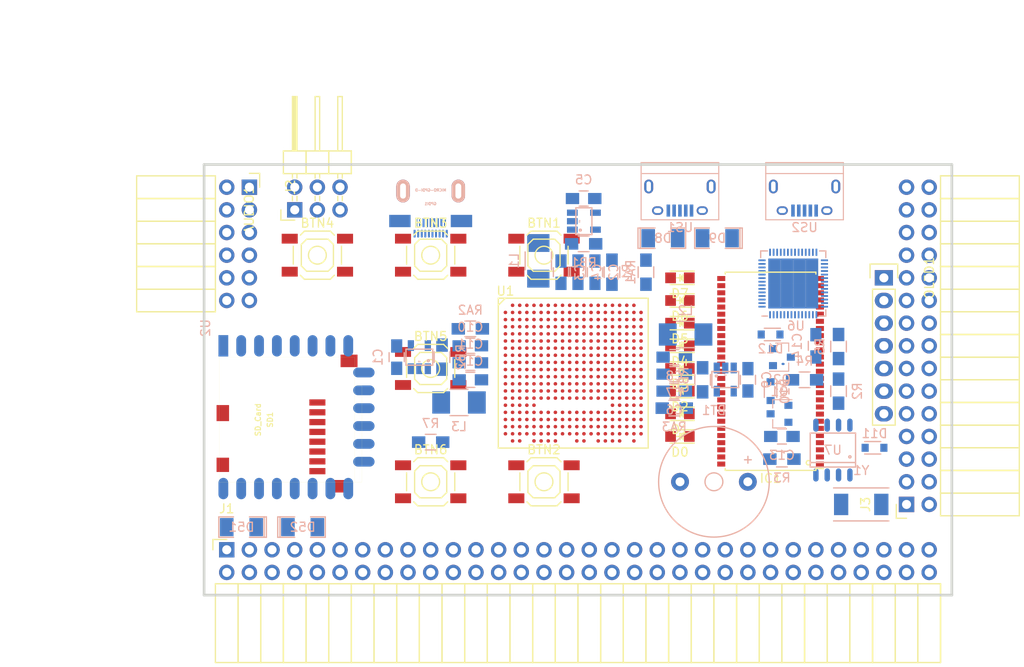
<source format=kicad_pcb>
(kicad_pcb (version 4) (host pcbnew 4.0.5+dfsg1-4)
  (layers (0 F.Cu signal) (1 In1.Cu signal) (2 In2.Cu signal) (31 B.Cu signal) (34 B.Paste user) (35 F.Paste user) (36 B.SilkS user) (37 F.SilkS user) (38 B.Mask user) (39 F.Mask user) (44 Edge.Cuts user))
  (net 0 "")
  (net 1 GND)
  (net 2 +5V)
  (net 3 /gpio/IN5V)
  (net 4 /gpio/OUT5V)
  (net 5 /gpio/P5)
  (net 6 /gpio/P6)
  (net 7 /gpio/P7)
  (net 8 /gpio/P8)
  (net 9 /gpio/P11)
  (net 10 /gpio/P12)
  (net 11 /gpio/P13)
  (net 12 /gpio/P14)
  (net 13 /gpio/P17)
  (net 14 /gpio/P18)
  (net 15 /gpio/P19)
  (net 16 /gpio/P20)
  (net 17 /gpio/P21)
  (net 18 /gpio/P22)
  (net 19 /gpio/P23)
  (net 20 /gpio/P24)
  (net 21 /gpio/P25)
  (net 22 /gpio/P26)
  (net 23 /gpio/P27)
  (net 24 /gpio/P28)
  (net 25 /gpio/P29)
  (net 26 /gpio/P30)
  (net 27 /gpio/P9)
  (net 28 /gpio/P10)
  (net 29 "Net-(US1-Pad6)")
  (net 30 "Net-(US2-Pad6)")
  (net 31 /gpio/P15)
  (net 32 /gpio/P16)
  (net 33 /gpio/P31)
  (net 34 /gpio/P32)
  (net 35 /gpio/P33)
  (net 36 /gpio/P34)
  (net 37 /gpio/P35)
  (net 38 /gpio/P36)
  (net 39 /gpio/P37)
  (net 40 /gpio/P38)
  (net 41 /gpio/P39)
  (net 42 /gpio/P40)
  (net 43 /gpio/P41)
  (net 44 /gpio/P42)
  (net 45 /gpio/P43)
  (net 46 /gpio/P44)
  (net 47 /gpio/P45)
  (net 48 /gpio/P46)
  (net 49 /gpio/P47)
  (net 50 /gpio/P48)
  (net 51 /gpio/P49)
  (net 52 /gpio/P50)
  (net 53 /gpio/P51)
  (net 54 /gpio/P52)
  (net 55 /gpio/P53)
  (net 56 /gpio/P54)
  (net 57 /gpio/P55)
  (net 58 /gpio/P56)
  (net 59 /gpio/P57)
  (net 60 /gpio/P58)
  (net 61 /gpio/P59)
  (net 62 /gpio/P60)
  (net 63 +3V3)
  (net 64 "Net-(L1-Pad1)")
  (net 65 "Net-(L2-Pad1)")
  (net 66 +1V2)
  (net 67 BTN_D)
  (net 68 BTN_F1)
  (net 69 BTN_F2)
  (net 70 BTN_L)
  (net 71 BTN_R)
  (net 72 BTN_U)
  (net 73 "Net-(BTN1-Pad1)")
  (net 74 /power/FB1)
  (net 75 +2V5)
  (net 76 "Net-(L3-Pad1)")
  (net 77 /power/PWREN)
  (net 78 /power/FB3)
  (net 79 /power/FB2)
  (net 80 /usb/USB5V)
  (net 81 "Net-(D9-Pad1)")
  (net 82 "Net-(U6-Pad57)")
  (net 83 /power/VBAT)
  (net 84 "Net-(U7-Pad1)")
  (net 85 "Net-(U7-Pad2)")
  (net 86 SD_3)
  (net 87 SD_MTMS)
  (net 88 SD_MTCK)
  (net 89 SD_MTDO)
  (net 90 SD_MTDI)
  (net 91 JTAG_TDI)
  (net 92 JTAG_TCK)
  (net 93 JTAG_TMS)
  (net 94 JTAG_TDO)
  (net 95 /power/WAKEUPn)
  (net 96 /power/WKUP)
  (net 97 /power/SHUT)
  (net 98 /power/WAKE)
  (net 99 /power/HOLD)
  (module SMD_Packages:SMD-1206_Pol (layer B.Cu) (at 105.149 102.06)
    (fp_text reference D52 (at 0 0) (layer B.SilkS) (effects (justify mirror)))
    (fp_text value 2A)
    (pad 1 smd rect (at -1.651 0) (size 1.524 2.032) (layers B.Cu B.Paste B.Mask) (net 4 /gpio/OUT5V))
    (pad 2 smd rect (at 1.651 0) (size 1.524 2.032) (layers B.Cu B.Paste B.Mask))
  )
  (module SMD_Packages:SMD-1206_Pol (layer B.Cu) (at 98.291 102.06 180)
    (fp_text reference D51 (at 0 0 180) (layer B.SilkS) (effects (justify mirror)))
    (fp_text value 2A)
    (pad 1 smd rect (at -1.651 0 180) (size 1.524 2.032) (layers B.Cu B.Paste B.Mask) (net 2 +5V))
    (pad 2 smd rect (at 1.651 0 180) (size 1.524 2.032) (layers B.Cu B.Paste B.Mask) (net 3 /gpio/IN5V))
  )
  (module micro-sd:MicroSD_TF02D (layer F.Cu) (at 95.8 90.03 90)
    (fp_text reference SD1 (at 0 5.7 90) (layer F.SilkS) (effects (font (size 0.59944 0.59944) (thickness 0.12446))))
    (fp_text value SD_Card (at 0 4.35 90) (layer F.SilkS) (effects (font (size 0.59944 0.59944) (thickness 0.12446))))
    (pad 1 smd rect (at 1.94 11 90) (size 0.7 1.8) (layers F.Cu F.Paste F.Mask) (net 86 SD_3))
    (pad 2 smd rect (at 0.84 11 90) (size 0.7 1.8) (layers F.Cu F.Paste F.Mask) (net 87 SD_MTMS))
    (pad 3 smd rect (at -0.26 11 90) (size 0.7 1.8) (layers F.Cu F.Paste F.Mask) (net 1 GND))
    (pad 4 smd rect (at -1.36 11 90) (size 0.7 1.8) (layers F.Cu F.Paste F.Mask) (net 63 +3V3))
    (pad 5 smd rect (at -2.46 11 90) (size 0.7 1.8) (layers F.Cu F.Paste F.Mask) (net 88 SD_MTCK))
    (pad 6 smd rect (at -3.56 11 90) (size 0.7 1.8) (layers F.Cu F.Paste F.Mask) (net 1 GND))
    (pad 7 smd rect (at -4.66 11 90) (size 0.7 1.8) (layers F.Cu F.Paste F.Mask) (net 89 SD_MTDO))
    (pad 8 smd rect (at -5.76 11 90) (size 0.7 1.8) (layers F.Cu F.Paste F.Mask) (net 90 SD_MTDI))
    (pad S smd rect (at -5.05 0.4 90) (size 1.6 1.4) (layers F.Cu F.Paste F.Mask))
    (pad S smd rect (at 0.75 0.4 90) (size 1.8 1.4) (layers F.Cu F.Paste F.Mask))
    (pad G smd rect (at -7.45 13.55 90) (size 1.4 1.9) (layers F.Cu F.Paste F.Mask))
    (pad G smd rect (at 6.6 14.55 90) (size 1.4 1.9) (layers F.Cu F.Paste F.Mask))
  )
  (module micro-hdmi-d:MICRO-HDMI-D (layer B.Cu) (at 119.5 62.69)
    (fp_text reference GPDI1 (at -0.025 3.125) (layer B.SilkS) (effects (font (size 0.3 0.3) (thickness 0.075)) (justify mirror)))
    (fp_text value MICRO-GPDI-D (at 0 1.6) (layer B.SilkS) (effects (font (size 0.3 0.3) (thickness 0.075)) (justify mirror)))
    (pad 1 smd rect (at 1.8 6.475) (size 0.23 0.85) (layers B.Cu B.Paste B.Mask))
    (pad 3 smd rect (at 1.4 6.475) (size 0.23 0.85) (layers B.Cu B.Paste B.Mask))
    (pad 5 smd rect (at 1 6.475) (size 0.23 0.85) (layers B.Cu B.Paste B.Mask))
    (pad 7 smd rect (at 0.6 6.475) (size 0.23 0.85) (layers B.Cu B.Paste B.Mask) (net 1 GND))
    (pad 9 smd rect (at 0.2 6.475) (size 0.23 0.85) (layers B.Cu B.Paste B.Mask))
    (pad 11 smd rect (at -0.2 6.475) (size 0.23 0.85) (layers B.Cu B.Paste B.Mask))
    (pad 13 smd rect (at -0.6 6.475) (size 0.23 0.85) (layers B.Cu B.Paste B.Mask) (net 1 GND))
    (pad 15 smd rect (at -1 6.475) (size 0.23 0.85) (layers B.Cu B.Paste B.Mask))
    (pad 17 smd rect (at -1.4 6.475) (size 0.23 0.85) (layers B.Cu B.Paste B.Mask))
    (pad 19 smd rect (at -1.8 6.475) (size 0.23 0.85) (layers B.Cu B.Paste B.Mask) (net 2 +5V))
    (pad 2 smd rect (at 1.6 5.25) (size 0.23 1) (layers B.Cu B.Paste B.Mask))
    (pad 4 smd rect (at 1.2 5.25) (size 0.23 1) (layers B.Cu B.Paste B.Mask) (net 1 GND))
    (pad 6 smd rect (at 0.8 5.25) (size 0.23 1) (layers B.Cu B.Paste B.Mask))
    (pad 8 smd rect (at 0.4 5.25) (size 0.23 1) (layers B.Cu B.Paste B.Mask))
    (pad 10 smd rect (at 0 5.25) (size 0.23 1) (layers B.Cu B.Paste B.Mask) (net 1 GND))
    (pad 12 smd rect (at -0.4 5.25) (size 0.23 1) (layers B.Cu B.Paste B.Mask))
    (pad 14 smd rect (at -0.8 5.25) (size 0.23 1) (layers B.Cu B.Paste B.Mask))
    (pad 16 smd rect (at -1.2 5.25) (size 0.23 1) (layers B.Cu B.Paste B.Mask) (net 1 GND))
    (pad 18 smd rect (at -1.6 5.25) (size 0.23 1) (layers B.Cu B.Paste B.Mask))
    (pad SHD smd rect (at 3.45 5.06) (size 2.4 1.38) (layers B.Cu B.Paste B.Mask) (net 1 GND))
    (pad SHD smd rect (at -3.45 5.06) (size 2.4 1.38) (layers B.Cu B.Paste B.Mask) (net 1 GND))
    (pad "" thru_hole oval (at -3.1 1.7) (size 1.5 2.55) (drill oval 0.65 1.7) (layers *.Cu *.Mask B.SilkS))
    (pad "" thru_hole oval (at 3.1 1.7) (size 1.5 2.55) (drill oval 0.65 1.7) (layers *.Cu *.Mask B.SilkS))
  )
  (module usb_otg:USB_Micro-B (layer B.Cu) (at 147.44 65.23)
    (fp_text reference US1 (at 0 3.24) (layer B.SilkS) (effects (justify mirror)))
    (fp_text value USB_FTDI)
    (pad 1 smd rect (at -1.3 1.35 270) (size 1.35 0.4) (layers B.Cu B.Paste B.Mask) (net 80 /usb/USB5V))
    (pad 2 smd rect (at -0.65 1.35 270) (size 1.35 0.4) (layers B.Cu B.Paste B.Mask))
    (pad 3 smd rect (at 0 1.35 270) (size 1.35 0.4) (layers B.Cu B.Paste B.Mask))
    (pad 4 smd rect (at 0.65 1.35 270) (size 1.35 0.4) (layers B.Cu B.Paste B.Mask))
    (pad 5 smd rect (at 1.3 1.35 270) (size 1.35 0.4) (layers B.Cu B.Paste B.Mask) (net 1 GND))
    (pad 6 thru_hole oval (at -2.5 1.35 270) (size 0.95 1.25) (drill oval 0.55 0.85) (layers *.Cu *.Mask) (net 29 "Net-(US1-Pad6)"))
    (pad 6 thru_hole oval (at 2.5 1.35 270) (size 0.95 1.25) (drill oval 0.55 0.85) (layers *.Cu *.Mask) (net 29 "Net-(US1-Pad6)"))
    (pad 6 thru_hole oval (at -3.5 -1.35 270) (size 1.55 1) (drill oval 1.15 0.5) (layers *.Cu *.Mask) (net 29 "Net-(US1-Pad6)"))
    (pad 6 thru_hole oval (at 3.5 -1.35 270) (size 1.55 1) (drill oval 1.15 0.5) (layers *.Cu *.Mask) (net 29 "Net-(US1-Pad6)"))
  )
  (module usb_otg:USB_Micro-B (layer B.Cu) (at 161.41 65.23)
    (fp_text reference US2 (at 0 3.24) (layer B.SilkS) (effects (justify mirror)))
    (fp_text value USB_FPGA)
    (pad 1 smd rect (at -1.3 1.35 270) (size 1.35 0.4) (layers B.Cu B.Paste B.Mask) (net 81 "Net-(D9-Pad1)"))
    (pad 2 smd rect (at -0.65 1.35 270) (size 1.35 0.4) (layers B.Cu B.Paste B.Mask))
    (pad 3 smd rect (at 0 1.35 270) (size 1.35 0.4) (layers B.Cu B.Paste B.Mask))
    (pad 4 smd rect (at 0.65 1.35 270) (size 1.35 0.4) (layers B.Cu B.Paste B.Mask))
    (pad 5 smd rect (at 1.3 1.35 270) (size 1.35 0.4) (layers B.Cu B.Paste B.Mask) (net 1 GND))
    (pad 6 thru_hole oval (at -2.5 1.35 270) (size 0.95 1.25) (drill oval 0.55 0.85) (layers *.Cu *.Mask) (net 30 "Net-(US2-Pad6)"))
    (pad 6 thru_hole oval (at 2.5 1.35 270) (size 0.95 1.25) (drill oval 0.55 0.85) (layers *.Cu *.Mask) (net 30 "Net-(US2-Pad6)"))
    (pad 6 thru_hole oval (at -3.5 -1.35 270) (size 1.55 1) (drill oval 1.15 0.5) (layers *.Cu *.Mask) (net 30 "Net-(US2-Pad6)"))
    (pad 6 thru_hole oval (at 3.5 -1.35 270) (size 1.55 1) (drill oval 1.15 0.5) (layers *.Cu *.Mask) (net 30 "Net-(US2-Pad6)"))
  )
  (module Socket_Strips:Socket_Strip_Angled_2x32 (layer F.Cu) (at 96.64 104.6)
    (fp_text reference J1 (at 0 -4.6) (layer F.SilkS))
    (fp_text value CONN_02X32)
    (pad 1 thru_hole rect (at 0 0) (size 1.7272 1.7272) (drill 1.016) (layers *.Cu *.Mask) (net 3 /gpio/IN5V))
    (pad 2 thru_hole oval (at 0 2.54) (size 1.7272 1.7272) (drill 1.016) (layers *.Cu *.Mask) (net 4 /gpio/OUT5V))
    (pad 3 thru_hole oval (at 2.54 0) (size 1.7272 1.7272) (drill 1.016) (layers *.Cu *.Mask) (net 1 GND))
    (pad 4 thru_hole oval (at 2.54 2.54) (size 1.7272 1.7272) (drill 1.016) (layers *.Cu *.Mask) (net 1 GND))
    (pad 5 thru_hole oval (at 5.08 0) (size 1.7272 1.7272) (drill 1.016) (layers *.Cu *.Mask) (net 5 /gpio/P5))
    (pad 6 thru_hole oval (at 5.08 2.54) (size 1.7272 1.7272) (drill 1.016) (layers *.Cu *.Mask) (net 6 /gpio/P6))
    (pad 7 thru_hole oval (at 7.62 0) (size 1.7272 1.7272) (drill 1.016) (layers *.Cu *.Mask) (net 7 /gpio/P7))
    (pad 8 thru_hole oval (at 7.62 2.54) (size 1.7272 1.7272) (drill 1.016) (layers *.Cu *.Mask) (net 8 /gpio/P8))
    (pad 9 thru_hole oval (at 10.16 0) (size 1.7272 1.7272) (drill 1.016) (layers *.Cu *.Mask) (net 27 /gpio/P9))
    (pad 10 thru_hole oval (at 10.16 2.54) (size 1.7272 1.7272) (drill 1.016) (layers *.Cu *.Mask) (net 28 /gpio/P10))
    (pad 11 thru_hole oval (at 12.7 0) (size 1.7272 1.7272) (drill 1.016) (layers *.Cu *.Mask) (net 9 /gpio/P11))
    (pad 12 thru_hole oval (at 12.7 2.54) (size 1.7272 1.7272) (drill 1.016) (layers *.Cu *.Mask) (net 10 /gpio/P12))
    (pad 13 thru_hole oval (at 15.24 0) (size 1.7272 1.7272) (drill 1.016) (layers *.Cu *.Mask) (net 11 /gpio/P13))
    (pad 14 thru_hole oval (at 15.24 2.54) (size 1.7272 1.7272) (drill 1.016) (layers *.Cu *.Mask) (net 12 /gpio/P14))
    (pad 15 thru_hole oval (at 17.78 0) (size 1.7272 1.7272) (drill 1.016) (layers *.Cu *.Mask) (net 31 /gpio/P15))
    (pad 16 thru_hole oval (at 17.78 2.54) (size 1.7272 1.7272) (drill 1.016) (layers *.Cu *.Mask) (net 32 /gpio/P16))
    (pad 17 thru_hole oval (at 20.32 0) (size 1.7272 1.7272) (drill 1.016) (layers *.Cu *.Mask) (net 13 /gpio/P17))
    (pad 18 thru_hole oval (at 20.32 2.54) (size 1.7272 1.7272) (drill 1.016) (layers *.Cu *.Mask) (net 14 /gpio/P18))
    (pad 19 thru_hole oval (at 22.86 0) (size 1.7272 1.7272) (drill 1.016) (layers *.Cu *.Mask) (net 15 /gpio/P19))
    (pad 20 thru_hole oval (at 22.86 2.54) (size 1.7272 1.7272) (drill 1.016) (layers *.Cu *.Mask) (net 16 /gpio/P20))
    (pad 21 thru_hole oval (at 25.4 0) (size 1.7272 1.7272) (drill 1.016) (layers *.Cu *.Mask) (net 17 /gpio/P21))
    (pad 22 thru_hole oval (at 25.4 2.54) (size 1.7272 1.7272) (drill 1.016) (layers *.Cu *.Mask) (net 18 /gpio/P22))
    (pad 23 thru_hole oval (at 27.94 0) (size 1.7272 1.7272) (drill 1.016) (layers *.Cu *.Mask) (net 19 /gpio/P23))
    (pad 24 thru_hole oval (at 27.94 2.54) (size 1.7272 1.7272) (drill 1.016) (layers *.Cu *.Mask) (net 20 /gpio/P24))
    (pad 25 thru_hole oval (at 30.48 0) (size 1.7272 1.7272) (drill 1.016) (layers *.Cu *.Mask) (net 21 /gpio/P25))
    (pad 26 thru_hole oval (at 30.48 2.54) (size 1.7272 1.7272) (drill 1.016) (layers *.Cu *.Mask) (net 22 /gpio/P26))
    (pad 27 thru_hole oval (at 33.02 0) (size 1.7272 1.7272) (drill 1.016) (layers *.Cu *.Mask) (net 23 /gpio/P27))
    (pad 28 thru_hole oval (at 33.02 2.54) (size 1.7272 1.7272) (drill 1.016) (layers *.Cu *.Mask) (net 24 /gpio/P28))
    (pad 29 thru_hole oval (at 35.56 0) (size 1.7272 1.7272) (drill 1.016) (layers *.Cu *.Mask) (net 25 /gpio/P29))
    (pad 30 thru_hole oval (at 35.56 2.54) (size 1.7272 1.7272) (drill 1.016) (layers *.Cu *.Mask) (net 26 /gpio/P30))
    (pad 31 thru_hole oval (at 38.1 0) (size 1.7272 1.7272) (drill 1.016) (layers *.Cu *.Mask) (net 33 /gpio/P31))
    (pad 32 thru_hole oval (at 38.1 2.54) (size 1.7272 1.7272) (drill 1.016) (layers *.Cu *.Mask) (net 34 /gpio/P32))
    (pad 33 thru_hole oval (at 40.64 0) (size 1.7272 1.7272) (drill 1.016) (layers *.Cu *.Mask) (net 35 /gpio/P33))
    (pad 34 thru_hole oval (at 40.64 2.54) (size 1.7272 1.7272) (drill 1.016) (layers *.Cu *.Mask) (net 36 /gpio/P34))
    (pad 35 thru_hole oval (at 43.18 0) (size 1.7272 1.7272) (drill 1.016) (layers *.Cu *.Mask) (net 37 /gpio/P35))
    (pad 36 thru_hole oval (at 43.18 2.54) (size 1.7272 1.7272) (drill 1.016) (layers *.Cu *.Mask) (net 38 /gpio/P36))
    (pad 37 thru_hole oval (at 45.72 0) (size 1.7272 1.7272) (drill 1.016) (layers *.Cu *.Mask) (net 39 /gpio/P37))
    (pad 38 thru_hole oval (at 45.72 2.54) (size 1.7272 1.7272) (drill 1.016) (layers *.Cu *.Mask) (net 40 /gpio/P38))
    (pad 39 thru_hole oval (at 48.26 0) (size 1.7272 1.7272) (drill 1.016) (layers *.Cu *.Mask) (net 41 /gpio/P39))
    (pad 40 thru_hole oval (at 48.26 2.54) (size 1.7272 1.7272) (drill 1.016) (layers *.Cu *.Mask) (net 42 /gpio/P40))
    (pad 41 thru_hole oval (at 50.8 0) (size 1.7272 1.7272) (drill 1.016) (layers *.Cu *.Mask) (net 43 /gpio/P41))
    (pad 42 thru_hole oval (at 50.8 2.54) (size 1.7272 1.7272) (drill 1.016) (layers *.Cu *.Mask) (net 44 /gpio/P42))
    (pad 43 thru_hole oval (at 53.34 0) (size 1.7272 1.7272) (drill 1.016) (layers *.Cu *.Mask) (net 45 /gpio/P43))
    (pad 44 thru_hole oval (at 53.34 2.54) (size 1.7272 1.7272) (drill 1.016) (layers *.Cu *.Mask) (net 46 /gpio/P44))
    (pad 45 thru_hole oval (at 55.88 0) (size 1.7272 1.7272) (drill 1.016) (layers *.Cu *.Mask) (net 47 /gpio/P45))
    (pad 46 thru_hole oval (at 55.88 2.54) (size 1.7272 1.7272) (drill 1.016) (layers *.Cu *.Mask) (net 48 /gpio/P46))
    (pad 47 thru_hole oval (at 58.42 0) (size 1.7272 1.7272) (drill 1.016) (layers *.Cu *.Mask) (net 49 /gpio/P47))
    (pad 48 thru_hole oval (at 58.42 2.54) (size 1.7272 1.7272) (drill 1.016) (layers *.Cu *.Mask) (net 50 /gpio/P48))
    (pad 49 thru_hole oval (at 60.96 0) (size 1.7272 1.7272) (drill 1.016) (layers *.Cu *.Mask) (net 51 /gpio/P49))
    (pad 50 thru_hole oval (at 60.96 2.54) (size 1.7272 1.7272) (drill 1.016) (layers *.Cu *.Mask) (net 52 /gpio/P50))
    (pad 51 thru_hole oval (at 63.5 0) (size 1.7272 1.7272) (drill 1.016) (layers *.Cu *.Mask) (net 53 /gpio/P51))
    (pad 52 thru_hole oval (at 63.5 2.54) (size 1.7272 1.7272) (drill 1.016) (layers *.Cu *.Mask) (net 54 /gpio/P52))
    (pad 53 thru_hole oval (at 66.04 0) (size 1.7272 1.7272) (drill 1.016) (layers *.Cu *.Mask) (net 55 /gpio/P53))
    (pad 54 thru_hole oval (at 66.04 2.54) (size 1.7272 1.7272) (drill 1.016) (layers *.Cu *.Mask) (net 56 /gpio/P54))
    (pad 55 thru_hole oval (at 68.58 0) (size 1.7272 1.7272) (drill 1.016) (layers *.Cu *.Mask) (net 57 /gpio/P55))
    (pad 56 thru_hole oval (at 68.58 2.54) (size 1.7272 1.7272) (drill 1.016) (layers *.Cu *.Mask) (net 58 /gpio/P56))
    (pad 57 thru_hole oval (at 71.12 0) (size 1.7272 1.7272) (drill 1.016) (layers *.Cu *.Mask) (net 59 /gpio/P57))
    (pad 58 thru_hole oval (at 71.12 2.54) (size 1.7272 1.7272) (drill 1.016) (layers *.Cu *.Mask) (net 60 /gpio/P58))
    (pad 59 thru_hole oval (at 73.66 0) (size 1.7272 1.7272) (drill 1.016) (layers *.Cu *.Mask) (net 61 /gpio/P59))
    (pad 60 thru_hole oval (at 73.66 2.54) (size 1.7272 1.7272) (drill 1.016) (layers *.Cu *.Mask) (net 62 /gpio/P60))
    (pad 61 thru_hole oval (at 76.2 0) (size 1.7272 1.7272) (drill 1.016) (layers *.Cu *.Mask) (net 1 GND))
    (pad 62 thru_hole oval (at 76.2 2.54) (size 1.7272 1.7272) (drill 1.016) (layers *.Cu *.Mask) (net 1 GND))
    (pad 63 thru_hole oval (at 78.74 0) (size 1.7272 1.7272) (drill 1.016) (layers *.Cu *.Mask) (net 63 +3V3))
    (pad 64 thru_hole oval (at 78.74 2.54) (size 1.7272 1.7272) (drill 1.016) (layers *.Cu *.Mask) (net 63 +3V3))
  )
  (module Socket_Strips:Socket_Strip_Angled_2x15 (layer F.Cu) (at 172.84 99.52 90)
    (fp_text reference J3 (at 0 -4.6 90) (layer F.SilkS))
    (fp_text value CONN_02X15)
    (pad 1 thru_hole rect (at 0 0 90) (size 1.7272 1.7272) (drill 1.016) (layers *.Cu *.Mask) (net 63 +3V3))
    (pad 2 thru_hole oval (at 0 2.54 90) (size 1.7272 1.7272) (drill 1.016) (layers *.Cu *.Mask) (net 63 +3V3))
    (pad 3 thru_hole oval (at 2.54 0 90) (size 1.7272 1.7272) (drill 1.016) (layers *.Cu *.Mask) (net 1 GND))
    (pad 4 thru_hole oval (at 2.54 2.54 90) (size 1.7272 1.7272) (drill 1.016) (layers *.Cu *.Mask) (net 1 GND))
    (pad 5 thru_hole oval (at 5.08 0 90) (size 1.7272 1.7272) (drill 1.016) (layers *.Cu *.Mask))
    (pad 6 thru_hole oval (at 5.08 2.54 90) (size 1.7272 1.7272) (drill 1.016) (layers *.Cu *.Mask))
    (pad 7 thru_hole oval (at 7.62 0 90) (size 1.7272 1.7272) (drill 1.016) (layers *.Cu *.Mask))
    (pad 8 thru_hole oval (at 7.62 2.54 90) (size 1.7272 1.7272) (drill 1.016) (layers *.Cu *.Mask))
    (pad 9 thru_hole oval (at 10.16 0 90) (size 1.7272 1.7272) (drill 1.016) (layers *.Cu *.Mask))
    (pad 10 thru_hole oval (at 10.16 2.54 90) (size 1.7272 1.7272) (drill 1.016) (layers *.Cu *.Mask))
    (pad 11 thru_hole oval (at 12.7 0 90) (size 1.7272 1.7272) (drill 1.016) (layers *.Cu *.Mask))
    (pad 12 thru_hole oval (at 12.7 2.54 90) (size 1.7272 1.7272) (drill 1.016) (layers *.Cu *.Mask))
    (pad 13 thru_hole oval (at 15.24 0 90) (size 1.7272 1.7272) (drill 1.016) (layers *.Cu *.Mask))
    (pad 14 thru_hole oval (at 15.24 2.54 90) (size 1.7272 1.7272) (drill 1.016) (layers *.Cu *.Mask))
    (pad 15 thru_hole oval (at 17.78 0 90) (size 1.7272 1.7272) (drill 1.016) (layers *.Cu *.Mask))
    (pad 16 thru_hole oval (at 17.78 2.54 90) (size 1.7272 1.7272) (drill 1.016) (layers *.Cu *.Mask))
    (pad 17 thru_hole oval (at 20.32 0 90) (size 1.7272 1.7272) (drill 1.016) (layers *.Cu *.Mask))
    (pad 18 thru_hole oval (at 20.32 2.54 90) (size 1.7272 1.7272) (drill 1.016) (layers *.Cu *.Mask))
    (pad 19 thru_hole oval (at 22.86 0 90) (size 1.7272 1.7272) (drill 1.016) (layers *.Cu *.Mask) (net 63 +3V3))
    (pad 20 thru_hole oval (at 22.86 2.54 90) (size 1.7272 1.7272) (drill 1.016) (layers *.Cu *.Mask) (net 63 +3V3))
    (pad 21 thru_hole oval (at 25.4 0 90) (size 1.7272 1.7272) (drill 1.016) (layers *.Cu *.Mask) (net 1 GND))
    (pad 22 thru_hole oval (at 25.4 2.54 90) (size 1.7272 1.7272) (drill 1.016) (layers *.Cu *.Mask) (net 1 GND))
    (pad 23 thru_hole oval (at 27.94 0 90) (size 1.7272 1.7272) (drill 1.016) (layers *.Cu *.Mask))
    (pad 24 thru_hole oval (at 27.94 2.54 90) (size 1.7272 1.7272) (drill 1.016) (layers *.Cu *.Mask))
    (pad 25 thru_hole oval (at 30.48 0 90) (size 1.7272 1.7272) (drill 1.016) (layers *.Cu *.Mask))
    (pad 26 thru_hole oval (at 30.48 2.54 90) (size 1.7272 1.7272) (drill 1.016) (layers *.Cu *.Mask))
    (pad 27 thru_hole oval (at 33.02 0 90) (size 1.7272 1.7272) (drill 1.016) (layers *.Cu *.Mask))
    (pad 28 thru_hole oval (at 33.02 2.54 90) (size 1.7272 1.7272) (drill 1.016) (layers *.Cu *.Mask))
    (pad 29 thru_hole oval (at 35.56 0 90) (size 1.7272 1.7272) (drill 1.016) (layers *.Cu *.Mask))
    (pad 30 thru_hole oval (at 35.56 2.54 90) (size 1.7272 1.7272) (drill 1.016) (layers *.Cu *.Mask))
  )
  (module Socket_Strips:Socket_Strip_Angled_2x06 (layer F.Cu) (at 99.18 63.96 270)
    (fp_text reference J2 (at 0 -4.6 270) (layer F.SilkS))
    (fp_text value CONN_02X06)
    (pad 1 thru_hole rect (at 0 0 270) (size 1.7272 1.7272) (drill 1.016) (layers *.Cu *.Mask) (net 63 +3V3))
    (pad 2 thru_hole oval (at 0 2.54 270) (size 1.7272 1.7272) (drill 1.016) (layers *.Cu *.Mask) (net 63 +3V3))
    (pad 3 thru_hole oval (at 2.54 0 270) (size 1.7272 1.7272) (drill 1.016) (layers *.Cu *.Mask) (net 1 GND))
    (pad 4 thru_hole oval (at 2.54 2.54 270) (size 1.7272 1.7272) (drill 1.016) (layers *.Cu *.Mask) (net 1 GND))
    (pad 5 thru_hole oval (at 5.08 0 270) (size 1.7272 1.7272) (drill 1.016) (layers *.Cu *.Mask))
    (pad 6 thru_hole oval (at 5.08 2.54 270) (size 1.7272 1.7272) (drill 1.016) (layers *.Cu *.Mask))
    (pad 7 thru_hole oval (at 7.62 0 270) (size 1.7272 1.7272) (drill 1.016) (layers *.Cu *.Mask))
    (pad 8 thru_hole oval (at 7.62 2.54 270) (size 1.7272 1.7272) (drill 1.016) (layers *.Cu *.Mask))
    (pad 9 thru_hole oval (at 10.16 0 270) (size 1.7272 1.7272) (drill 1.016) (layers *.Cu *.Mask))
    (pad 10 thru_hole oval (at 10.16 2.54 270) (size 1.7272 1.7272) (drill 1.016) (layers *.Cu *.Mask))
    (pad 11 thru_hole oval (at 12.7 0 270) (size 1.7272 1.7272) (drill 1.016) (layers *.Cu *.Mask))
    (pad 12 thru_hole oval (at 12.7 2.54 270) (size 1.7272 1.7272) (drill 1.016) (layers *.Cu *.Mask))
  )
  (module lfe5bg381:BGA-381_pitch0.8mm_dia0.4mm (layer F.Cu) (at 135.48 84.8)
    (fp_text reference U1 (at -7.6 -9.2) (layer F.SilkS))
    (fp_text value LFE5U-25F-6BG381C)
    (pad A2 smd circle (at -6.8 -7.6) (size 0.4 0.4) (layers F.Cu F.Paste F.Mask))
    (pad A3 smd circle (at -6 -7.6) (size 0.4 0.4) (layers F.Cu F.Paste F.Mask))
    (pad A4 smd circle (at -5.2 -7.6) (size 0.4 0.4) (layers F.Cu F.Paste F.Mask))
    (pad A5 smd circle (at -4.4 -7.6) (size 0.4 0.4) (layers F.Cu F.Paste F.Mask))
    (pad A6 smd circle (at -3.6 -7.6) (size 0.4 0.4) (layers F.Cu F.Paste F.Mask) (net 24 /gpio/P28))
    (pad A7 smd circle (at -2.8 -7.6) (size 0.4 0.4) (layers F.Cu F.Paste F.Mask) (net 32 /gpio/P16))
    (pad A8 smd circle (at -2 -7.6) (size 0.4 0.4) (layers F.Cu F.Paste F.Mask) (net 31 /gpio/P15))
    (pad A9 smd circle (at -1.2 -7.6) (size 0.4 0.4) (layers F.Cu F.Paste F.Mask) (net 28 /gpio/P10))
    (pad A10 smd circle (at -0.4 -7.6) (size 0.4 0.4) (layers F.Cu F.Paste F.Mask) (net 7 /gpio/P7))
    (pad A11 smd circle (at 0.4 -7.6) (size 0.4 0.4) (layers F.Cu F.Paste F.Mask) (net 8 /gpio/P8))
    (pad A12 smd circle (at 1.2 -7.6) (size 0.4 0.4) (layers F.Cu F.Paste F.Mask) (net 56 /gpio/P54))
    (pad A13 smd circle (at 2 -7.6) (size 0.4 0.4) (layers F.Cu F.Paste F.Mask) (net 55 /gpio/P53))
    (pad A14 smd circle (at 2.8 -7.6) (size 0.4 0.4) (layers F.Cu F.Paste F.Mask) (net 50 /gpio/P48))
    (pad A15 smd circle (at 3.6 -7.6) (size 0.4 0.4) (layers F.Cu F.Paste F.Mask))
    (pad A16 smd circle (at 4.4 -7.6) (size 0.4 0.4) (layers F.Cu F.Paste F.Mask) (net 42 /gpio/P40))
    (pad A17 smd circle (at 5.2 -7.6) (size 0.4 0.4) (layers F.Cu F.Paste F.Mask) (net 36 /gpio/P34))
    (pad A18 smd circle (at 6 -7.6) (size 0.4 0.4) (layers F.Cu F.Paste F.Mask) (net 34 /gpio/P32))
    (pad A19 smd circle (at 6.8 -7.6) (size 0.4 0.4) (layers F.Cu F.Paste F.Mask) (net 26 /gpio/P30))
    (pad B1 smd circle (at -7.6 -6.8) (size 0.4 0.4) (layers F.Cu F.Paste F.Mask))
    (pad B2 smd circle (at -6.8 -6.8) (size 0.4 0.4) (layers F.Cu F.Paste F.Mask))
    (pad B3 smd circle (at -6 -6.8) (size 0.4 0.4) (layers F.Cu F.Paste F.Mask))
    (pad B4 smd circle (at -5.2 -6.8) (size 0.4 0.4) (layers F.Cu F.Paste F.Mask))
    (pad B5 smd circle (at -4.4 -6.8) (size 0.4 0.4) (layers F.Cu F.Paste F.Mask))
    (pad B6 smd circle (at -3.6 -6.8) (size 0.4 0.4) (layers F.Cu F.Paste F.Mask) (net 23 /gpio/P27))
    (pad B7 smd circle (at -2.8 -6.8) (size 0.4 0.4) (layers F.Cu F.Paste F.Mask) (net 1 GND))
    (pad B8 smd circle (at -2 -6.8) (size 0.4 0.4) (layers F.Cu F.Paste F.Mask) (net 13 /gpio/P17))
    (pad B9 smd circle (at -1.2 -6.8) (size 0.4 0.4) (layers F.Cu F.Paste F.Mask) (net 10 /gpio/P12))
    (pad B10 smd circle (at -0.4 -6.8) (size 0.4 0.4) (layers F.Cu F.Paste F.Mask) (net 27 /gpio/P9))
    (pad B11 smd circle (at 0.4 -6.8) (size 0.4 0.4) (layers F.Cu F.Paste F.Mask) (net 5 /gpio/P5))
    (pad B12 smd circle (at 1.2 -6.8) (size 0.4 0.4) (layers F.Cu F.Paste F.Mask) (net 60 /gpio/P58))
    (pad B13 smd circle (at 2 -6.8) (size 0.4 0.4) (layers F.Cu F.Paste F.Mask) (net 54 /gpio/P52))
    (pad B14 smd circle (at 2.8 -6.8) (size 0.4 0.4) (layers F.Cu F.Paste F.Mask) (net 1 GND))
    (pad B15 smd circle (at 3.6 -6.8) (size 0.4 0.4) (layers F.Cu F.Paste F.Mask) (net 46 /gpio/P44))
    (pad B16 smd circle (at 4.4 -6.8) (size 0.4 0.4) (layers F.Cu F.Paste F.Mask) (net 41 /gpio/P39))
    (pad B17 smd circle (at 5.2 -6.8) (size 0.4 0.4) (layers F.Cu F.Paste F.Mask) (net 38 /gpio/P36))
    (pad B18 smd circle (at 6 -6.8) (size 0.4 0.4) (layers F.Cu F.Paste F.Mask) (net 35 /gpio/P33))
    (pad B19 smd circle (at 6.8 -6.8) (size 0.4 0.4) (layers F.Cu F.Paste F.Mask) (net 33 /gpio/P31))
    (pad B20 smd circle (at 7.6 -6.8) (size 0.4 0.4) (layers F.Cu F.Paste F.Mask) (net 25 /gpio/P29))
    (pad C1 smd circle (at -7.6 -6) (size 0.4 0.4) (layers F.Cu F.Paste F.Mask))
    (pad C2 smd circle (at -6.8 -6) (size 0.4 0.4) (layers F.Cu F.Paste F.Mask))
    (pad C3 smd circle (at -6 -6) (size 0.4 0.4) (layers F.Cu F.Paste F.Mask))
    (pad C4 smd circle (at -5.2 -6) (size 0.4 0.4) (layers F.Cu F.Paste F.Mask))
    (pad C5 smd circle (at -4.4 -6) (size 0.4 0.4) (layers F.Cu F.Paste F.Mask))
    (pad C6 smd circle (at -3.6 -6) (size 0.4 0.4) (layers F.Cu F.Paste F.Mask) (net 18 /gpio/P22))
    (pad C7 smd circle (at -2.8 -6) (size 0.4 0.4) (layers F.Cu F.Paste F.Mask) (net 17 /gpio/P21))
    (pad C8 smd circle (at -2 -6) (size 0.4 0.4) (layers F.Cu F.Paste F.Mask) (net 14 /gpio/P18))
    (pad C9 smd circle (at -1.2 -6) (size 0.4 0.4) (layers F.Cu F.Paste F.Mask))
    (pad C10 smd circle (at -0.4 -6) (size 0.4 0.4) (layers F.Cu F.Paste F.Mask) (net 9 /gpio/P11))
    (pad C11 smd circle (at 0.4 -6) (size 0.4 0.4) (layers F.Cu F.Paste F.Mask) (net 6 /gpio/P6))
    (pad C12 smd circle (at 1.2 -6) (size 0.4 0.4) (layers F.Cu F.Paste F.Mask) (net 59 /gpio/P57))
    (pad C13 smd circle (at 2 -6) (size 0.4 0.4) (layers F.Cu F.Paste F.Mask) (net 53 /gpio/P51))
    (pad C14 smd circle (at 2.8 -6) (size 0.4 0.4) (layers F.Cu F.Paste F.Mask) (net 49 /gpio/P47))
    (pad C15 smd circle (at 3.6 -6) (size 0.4 0.4) (layers F.Cu F.Paste F.Mask) (net 45 /gpio/P43))
    (pad C16 smd circle (at 4.4 -6) (size 0.4 0.4) (layers F.Cu F.Paste F.Mask) (net 40 /gpio/P38))
    (pad C17 smd circle (at 5.2 -6) (size 0.4 0.4) (layers F.Cu F.Paste F.Mask) (net 37 /gpio/P35))
    (pad C18 smd circle (at 6 -6) (size 0.4 0.4) (layers F.Cu F.Paste F.Mask))
    (pad C19 smd circle (at 6.8 -6) (size 0.4 0.4) (layers F.Cu F.Paste F.Mask) (net 1 GND))
    (pad C20 smd circle (at 7.6 -6) (size 0.4 0.4) (layers F.Cu F.Paste F.Mask))
    (pad D1 smd circle (at -7.6 -5.2) (size 0.4 0.4) (layers F.Cu F.Paste F.Mask))
    (pad D2 smd circle (at -6.8 -5.2) (size 0.4 0.4) (layers F.Cu F.Paste F.Mask))
    (pad D3 smd circle (at -6 -5.2) (size 0.4 0.4) (layers F.Cu F.Paste F.Mask))
    (pad D4 smd circle (at -5.2 -5.2) (size 0.4 0.4) (layers F.Cu F.Paste F.Mask) (net 1 GND))
    (pad D5 smd circle (at -4.4 -5.2) (size 0.4 0.4) (layers F.Cu F.Paste F.Mask))
    (pad D6 smd circle (at -3.6 -5.2) (size 0.4 0.4) (layers F.Cu F.Paste F.Mask) (net 21 /gpio/P25))
    (pad D7 smd circle (at -2.8 -5.2) (size 0.4 0.4) (layers F.Cu F.Paste F.Mask) (net 19 /gpio/P23))
    (pad D8 smd circle (at -2 -5.2) (size 0.4 0.4) (layers F.Cu F.Paste F.Mask) (net 15 /gpio/P19))
    (pad D9 smd circle (at -1.2 -5.2) (size 0.4 0.4) (layers F.Cu F.Paste F.Mask) (net 12 /gpio/P14))
    (pad D10 smd circle (at -0.4 -5.2) (size 0.4 0.4) (layers F.Cu F.Paste F.Mask))
    (pad D11 smd circle (at 0.4 -5.2) (size 0.4 0.4) (layers F.Cu F.Paste F.Mask) (net 62 /gpio/P60))
    (pad D12 smd circle (at 1.2 -5.2) (size 0.4 0.4) (layers F.Cu F.Paste F.Mask) (net 58 /gpio/P56))
    (pad D13 smd circle (at 2 -5.2) (size 0.4 0.4) (layers F.Cu F.Paste F.Mask) (net 52 /gpio/P50))
    (pad D14 smd circle (at 2.8 -5.2) (size 0.4 0.4) (layers F.Cu F.Paste F.Mask) (net 48 /gpio/P46))
    (pad D15 smd circle (at 3.6 -5.2) (size 0.4 0.4) (layers F.Cu F.Paste F.Mask) (net 44 /gpio/P42))
    (pad D16 smd circle (at 4.4 -5.2) (size 0.4 0.4) (layers F.Cu F.Paste F.Mask) (net 39 /gpio/P37))
    (pad D17 smd circle (at 5.2 -5.2) (size 0.4 0.4) (layers F.Cu F.Paste F.Mask))
    (pad D18 smd circle (at 6 -5.2) (size 0.4 0.4) (layers F.Cu F.Paste F.Mask))
    (pad D19 smd circle (at 6.8 -5.2) (size 0.4 0.4) (layers F.Cu F.Paste F.Mask))
    (pad D20 smd circle (at 7.6 -5.2) (size 0.4 0.4) (layers F.Cu F.Paste F.Mask))
    (pad E1 smd circle (at -7.6 -4.4) (size 0.4 0.4) (layers F.Cu F.Paste F.Mask))
    (pad E2 smd circle (at -6.8 -4.4) (size 0.4 0.4) (layers F.Cu F.Paste F.Mask))
    (pad E3 smd circle (at -6 -4.4) (size 0.4 0.4) (layers F.Cu F.Paste F.Mask))
    (pad E4 smd circle (at -5.2 -4.4) (size 0.4 0.4) (layers F.Cu F.Paste F.Mask))
    (pad E5 smd circle (at -4.4 -4.4) (size 0.4 0.4) (layers F.Cu F.Paste F.Mask))
    (pad E6 smd circle (at -3.6 -4.4) (size 0.4 0.4) (layers F.Cu F.Paste F.Mask) (net 22 /gpio/P26))
    (pad E7 smd circle (at -2.8 -4.4) (size 0.4 0.4) (layers F.Cu F.Paste F.Mask) (net 20 /gpio/P24))
    (pad E8 smd circle (at -2 -4.4) (size 0.4 0.4) (layers F.Cu F.Paste F.Mask) (net 16 /gpio/P20))
    (pad E9 smd circle (at -1.2 -4.4) (size 0.4 0.4) (layers F.Cu F.Paste F.Mask) (net 11 /gpio/P13))
    (pad E10 smd circle (at -0.4 -4.4) (size 0.4 0.4) (layers F.Cu F.Paste F.Mask))
    (pad E11 smd circle (at 0.4 -4.4) (size 0.4 0.4) (layers F.Cu F.Paste F.Mask) (net 61 /gpio/P59))
    (pad E12 smd circle (at 1.2 -4.4) (size 0.4 0.4) (layers F.Cu F.Paste F.Mask) (net 57 /gpio/P55))
    (pad E13 smd circle (at 2 -4.4) (size 0.4 0.4) (layers F.Cu F.Paste F.Mask) (net 51 /gpio/P49))
    (pad E14 smd circle (at 2.8 -4.4) (size 0.4 0.4) (layers F.Cu F.Paste F.Mask) (net 47 /gpio/P45))
    (pad E15 smd circle (at 3.6 -4.4) (size 0.4 0.4) (layers F.Cu F.Paste F.Mask) (net 43 /gpio/P41))
    (pad E16 smd circle (at 4.4 -4.4) (size 0.4 0.4) (layers F.Cu F.Paste F.Mask))
    (pad E17 smd circle (at 5.2 -4.4) (size 0.4 0.4) (layers F.Cu F.Paste F.Mask))
    (pad E18 smd circle (at 6 -4.4) (size 0.4 0.4) (layers F.Cu F.Paste F.Mask))
    (pad E19 smd circle (at 6.8 -4.4) (size 0.4 0.4) (layers F.Cu F.Paste F.Mask))
    (pad E20 smd circle (at 7.6 -4.4) (size 0.4 0.4) (layers F.Cu F.Paste F.Mask))
    (pad F1 smd circle (at -7.6 -3.6) (size 0.4 0.4) (layers F.Cu F.Paste F.Mask))
    (pad F2 smd circle (at -6.8 -3.6) (size 0.4 0.4) (layers F.Cu F.Paste F.Mask))
    (pad F3 smd circle (at -6 -3.6) (size 0.4 0.4) (layers F.Cu F.Paste F.Mask))
    (pad F4 smd circle (at -5.2 -3.6) (size 0.4 0.4) (layers F.Cu F.Paste F.Mask))
    (pad F5 smd circle (at -4.4 -3.6) (size 0.4 0.4) (layers F.Cu F.Paste F.Mask))
    (pad F6 smd circle (at -3.6 -3.6) (size 0.4 0.4) (layers F.Cu F.Paste F.Mask) (net 75 +2V5))
    (pad F7 smd circle (at -2.8 -3.6) (size 0.4 0.4) (layers F.Cu F.Paste F.Mask) (net 1 GND))
    (pad F8 smd circle (at -2 -3.6) (size 0.4 0.4) (layers F.Cu F.Paste F.Mask) (net 1 GND))
    (pad F9 smd circle (at -1.2 -3.6) (size 0.4 0.4) (layers F.Cu F.Paste F.Mask) (net 63 +3V3))
    (pad F10 smd circle (at -0.4 -3.6) (size 0.4 0.4) (layers F.Cu F.Paste F.Mask) (net 63 +3V3))
    (pad F11 smd circle (at 0.4 -3.6) (size 0.4 0.4) (layers F.Cu F.Paste F.Mask) (net 63 +3V3))
    (pad F12 smd circle (at 1.2 -3.6) (size 0.4 0.4) (layers F.Cu F.Paste F.Mask) (net 63 +3V3))
    (pad F13 smd circle (at 2 -3.6) (size 0.4 0.4) (layers F.Cu F.Paste F.Mask) (net 1 GND))
    (pad F14 smd circle (at 2.8 -3.6) (size 0.4 0.4) (layers F.Cu F.Paste F.Mask) (net 1 GND))
    (pad F15 smd circle (at 3.6 -3.6) (size 0.4 0.4) (layers F.Cu F.Paste F.Mask) (net 75 +2V5))
    (pad F16 smd circle (at 4.4 -3.6) (size 0.4 0.4) (layers F.Cu F.Paste F.Mask))
    (pad F17 smd circle (at 5.2 -3.6) (size 0.4 0.4) (layers F.Cu F.Paste F.Mask))
    (pad F18 smd circle (at 6 -3.6) (size 0.4 0.4) (layers F.Cu F.Paste F.Mask))
    (pad F19 smd circle (at 6.8 -3.6) (size 0.4 0.4) (layers F.Cu F.Paste F.Mask))
    (pad F20 smd circle (at 7.6 -3.6) (size 0.4 0.4) (layers F.Cu F.Paste F.Mask))
    (pad G1 smd circle (at -7.6 -2.8) (size 0.4 0.4) (layers F.Cu F.Paste F.Mask))
    (pad G2 smd circle (at -6.8 -2.8) (size 0.4 0.4) (layers F.Cu F.Paste F.Mask))
    (pad G3 smd circle (at -6 -2.8) (size 0.4 0.4) (layers F.Cu F.Paste F.Mask))
    (pad G4 smd circle (at -5.2 -2.8) (size 0.4 0.4) (layers F.Cu F.Paste F.Mask) (net 1 GND))
    (pad G5 smd circle (at -4.4 -2.8) (size 0.4 0.4) (layers F.Cu F.Paste F.Mask))
    (pad G6 smd circle (at -3.6 -2.8) (size 0.4 0.4) (layers F.Cu F.Paste F.Mask) (net 1 GND))
    (pad G7 smd circle (at -2.8 -2.8) (size 0.4 0.4) (layers F.Cu F.Paste F.Mask) (net 1 GND))
    (pad G8 smd circle (at -2 -2.8) (size 0.4 0.4) (layers F.Cu F.Paste F.Mask) (net 1 GND))
    (pad G9 smd circle (at -1.2 -2.8) (size 0.4 0.4) (layers F.Cu F.Paste F.Mask) (net 1 GND))
    (pad G10 smd circle (at -0.4 -2.8) (size 0.4 0.4) (layers F.Cu F.Paste F.Mask) (net 1 GND))
    (pad G11 smd circle (at 0.4 -2.8) (size 0.4 0.4) (layers F.Cu F.Paste F.Mask) (net 1 GND))
    (pad G12 smd circle (at 1.2 -2.8) (size 0.4 0.4) (layers F.Cu F.Paste F.Mask) (net 1 GND))
    (pad G13 smd circle (at 2 -2.8) (size 0.4 0.4) (layers F.Cu F.Paste F.Mask) (net 1 GND))
    (pad G14 smd circle (at 2.8 -2.8) (size 0.4 0.4) (layers F.Cu F.Paste F.Mask) (net 1 GND))
    (pad G15 smd circle (at 3.6 -2.8) (size 0.4 0.4) (layers F.Cu F.Paste F.Mask) (net 1 GND))
    (pad G16 smd circle (at 4.4 -2.8) (size 0.4 0.4) (layers F.Cu F.Paste F.Mask))
    (pad G17 smd circle (at 5.2 -2.8) (size 0.4 0.4) (layers F.Cu F.Paste F.Mask) (net 1 GND))
    (pad G18 smd circle (at 6 -2.8) (size 0.4 0.4) (layers F.Cu F.Paste F.Mask))
    (pad G19 smd circle (at 6.8 -2.8) (size 0.4 0.4) (layers F.Cu F.Paste F.Mask))
    (pad G20 smd circle (at 7.6 -2.8) (size 0.4 0.4) (layers F.Cu F.Paste F.Mask))
    (pad H1 smd circle (at -7.6 -2) (size 0.4 0.4) (layers F.Cu F.Paste F.Mask))
    (pad H2 smd circle (at -6.8 -2) (size 0.4 0.4) (layers F.Cu F.Paste F.Mask))
    (pad H3 smd circle (at -6 -2) (size 0.4 0.4) (layers F.Cu F.Paste F.Mask))
    (pad H4 smd circle (at -5.2 -2) (size 0.4 0.4) (layers F.Cu F.Paste F.Mask))
    (pad H5 smd circle (at -4.4 -2) (size 0.4 0.4) (layers F.Cu F.Paste F.Mask))
    (pad H6 smd circle (at -3.6 -2) (size 0.4 0.4) (layers F.Cu F.Paste F.Mask) (net 63 +3V3))
    (pad H7 smd circle (at -2.8 -2) (size 0.4 0.4) (layers F.Cu F.Paste F.Mask) (net 63 +3V3))
    (pad H8 smd circle (at -2 -2) (size 0.4 0.4) (layers F.Cu F.Paste F.Mask) (net 66 +1V2))
    (pad H9 smd circle (at -1.2 -2) (size 0.4 0.4) (layers F.Cu F.Paste F.Mask) (net 66 +1V2))
    (pad H10 smd circle (at -0.4 -2) (size 0.4 0.4) (layers F.Cu F.Paste F.Mask) (net 66 +1V2))
    (pad H11 smd circle (at 0.4 -2) (size 0.4 0.4) (layers F.Cu F.Paste F.Mask) (net 66 +1V2))
    (pad H12 smd circle (at 1.2 -2) (size 0.4 0.4) (layers F.Cu F.Paste F.Mask) (net 66 +1V2))
    (pad H13 smd circle (at 2 -2) (size 0.4 0.4) (layers F.Cu F.Paste F.Mask) (net 66 +1V2))
    (pad H14 smd circle (at 2.8 -2) (size 0.4 0.4) (layers F.Cu F.Paste F.Mask) (net 63 +3V3))
    (pad H15 smd circle (at 3.6 -2) (size 0.4 0.4) (layers F.Cu F.Paste F.Mask) (net 63 +3V3))
    (pad H16 smd circle (at 4.4 -2) (size 0.4 0.4) (layers F.Cu F.Paste F.Mask))
    (pad H17 smd circle (at 5.2 -2) (size 0.4 0.4) (layers F.Cu F.Paste F.Mask))
    (pad H18 smd circle (at 6 -2) (size 0.4 0.4) (layers F.Cu F.Paste F.Mask))
    (pad H19 smd circle (at 6.8 -2) (size 0.4 0.4) (layers F.Cu F.Paste F.Mask) (net 1 GND))
    (pad H20 smd circle (at 7.6 -2) (size 0.4 0.4) (layers F.Cu F.Paste F.Mask))
    (pad J1 smd circle (at -7.6 -1.2) (size 0.4 0.4) (layers F.Cu F.Paste F.Mask))
    (pad J2 smd circle (at -6.8 -1.2) (size 0.4 0.4) (layers F.Cu F.Paste F.Mask) (net 1 GND))
    (pad J3 smd circle (at -6 -1.2) (size 0.4 0.4) (layers F.Cu F.Paste F.Mask))
    (pad J4 smd circle (at -5.2 -1.2) (size 0.4 0.4) (layers F.Cu F.Paste F.Mask))
    (pad J5 smd circle (at -4.4 -1.2) (size 0.4 0.4) (layers F.Cu F.Paste F.Mask))
    (pad J6 smd circle (at -3.6 -1.2) (size 0.4 0.4) (layers F.Cu F.Paste F.Mask) (net 63 +3V3))
    (pad J7 smd circle (at -2.8 -1.2) (size 0.4 0.4) (layers F.Cu F.Paste F.Mask) (net 1 GND))
    (pad J8 smd circle (at -2 -1.2) (size 0.4 0.4) (layers F.Cu F.Paste F.Mask) (net 66 +1V2))
    (pad J9 smd circle (at -1.2 -1.2) (size 0.4 0.4) (layers F.Cu F.Paste F.Mask) (net 1 GND))
    (pad J10 smd circle (at -0.4 -1.2) (size 0.4 0.4) (layers F.Cu F.Paste F.Mask) (net 1 GND))
    (pad J11 smd circle (at 0.4 -1.2) (size 0.4 0.4) (layers F.Cu F.Paste F.Mask) (net 1 GND))
    (pad J12 smd circle (at 1.2 -1.2) (size 0.4 0.4) (layers F.Cu F.Paste F.Mask) (net 1 GND))
    (pad J13 smd circle (at 2 -1.2) (size 0.4 0.4) (layers F.Cu F.Paste F.Mask) (net 66 +1V2))
    (pad J14 smd circle (at 2.8 -1.2) (size 0.4 0.4) (layers F.Cu F.Paste F.Mask) (net 1 GND))
    (pad J15 smd circle (at 3.6 -1.2) (size 0.4 0.4) (layers F.Cu F.Paste F.Mask) (net 63 +3V3))
    (pad J16 smd circle (at 4.4 -1.2) (size 0.4 0.4) (layers F.Cu F.Paste F.Mask))
    (pad J17 smd circle (at 5.2 -1.2) (size 0.4 0.4) (layers F.Cu F.Paste F.Mask))
    (pad J18 smd circle (at 6 -1.2) (size 0.4 0.4) (layers F.Cu F.Paste F.Mask))
    (pad J19 smd circle (at 6.8 -1.2) (size 0.4 0.4) (layers F.Cu F.Paste F.Mask))
    (pad J20 smd circle (at 7.6 -1.2) (size 0.4 0.4) (layers F.Cu F.Paste F.Mask))
    (pad K1 smd circle (at -7.6 -0.4) (size 0.4 0.4) (layers F.Cu F.Paste F.Mask))
    (pad K2 smd circle (at -6.8 -0.4) (size 0.4 0.4) (layers F.Cu F.Paste F.Mask))
    (pad K3 smd circle (at -6 -0.4) (size 0.4 0.4) (layers F.Cu F.Paste F.Mask))
    (pad K4 smd circle (at -5.2 -0.4) (size 0.4 0.4) (layers F.Cu F.Paste F.Mask))
    (pad K5 smd circle (at -4.4 -0.4) (size 0.4 0.4) (layers F.Cu F.Paste F.Mask))
    (pad K6 smd circle (at -3.6 -0.4) (size 0.4 0.4) (layers F.Cu F.Paste F.Mask) (net 1 GND))
    (pad K7 smd circle (at -2.8 -0.4) (size 0.4 0.4) (layers F.Cu F.Paste F.Mask) (net 1 GND))
    (pad K8 smd circle (at -2 -0.4) (size 0.4 0.4) (layers F.Cu F.Paste F.Mask) (net 66 +1V2))
    (pad K9 smd circle (at -1.2 -0.4) (size 0.4 0.4) (layers F.Cu F.Paste F.Mask) (net 1 GND))
    (pad K10 smd circle (at -0.4 -0.4) (size 0.4 0.4) (layers F.Cu F.Paste F.Mask) (net 1 GND))
    (pad K11 smd circle (at 0.4 -0.4) (size 0.4 0.4) (layers F.Cu F.Paste F.Mask) (net 1 GND))
    (pad K12 smd circle (at 1.2 -0.4) (size 0.4 0.4) (layers F.Cu F.Paste F.Mask) (net 1 GND))
    (pad K13 smd circle (at 2 -0.4) (size 0.4 0.4) (layers F.Cu F.Paste F.Mask) (net 66 +1V2))
    (pad K14 smd circle (at 2.8 -0.4) (size 0.4 0.4) (layers F.Cu F.Paste F.Mask) (net 1 GND))
    (pad K15 smd circle (at 3.6 -0.4) (size 0.4 0.4) (layers F.Cu F.Paste F.Mask) (net 1 GND))
    (pad K16 smd circle (at 4.4 -0.4) (size 0.4 0.4) (layers F.Cu F.Paste F.Mask))
    (pad K17 smd circle (at 5.2 -0.4) (size 0.4 0.4) (layers F.Cu F.Paste F.Mask))
    (pad K18 smd circle (at 6 -0.4) (size 0.4 0.4) (layers F.Cu F.Paste F.Mask))
    (pad K19 smd circle (at 6.8 -0.4) (size 0.4 0.4) (layers F.Cu F.Paste F.Mask))
    (pad K20 smd circle (at 7.6 -0.4) (size 0.4 0.4) (layers F.Cu F.Paste F.Mask))
    (pad L1 smd circle (at -7.6 0.4) (size 0.4 0.4) (layers F.Cu F.Paste F.Mask))
    (pad L2 smd circle (at -6.8 0.4) (size 0.4 0.4) (layers F.Cu F.Paste F.Mask))
    (pad L3 smd circle (at -6 0.4) (size 0.4 0.4) (layers F.Cu F.Paste F.Mask))
    (pad L4 smd circle (at -5.2 0.4) (size 0.4 0.4) (layers F.Cu F.Paste F.Mask))
    (pad L5 smd circle (at -4.4 0.4) (size 0.4 0.4) (layers F.Cu F.Paste F.Mask))
    (pad L6 smd circle (at -3.6 0.4) (size 0.4 0.4) (layers F.Cu F.Paste F.Mask) (net 63 +3V3))
    (pad L7 smd circle (at -2.8 0.4) (size 0.4 0.4) (layers F.Cu F.Paste F.Mask) (net 63 +3V3))
    (pad L8 smd circle (at -2 0.4) (size 0.4 0.4) (layers F.Cu F.Paste F.Mask) (net 66 +1V2))
    (pad L9 smd circle (at -1.2 0.4) (size 0.4 0.4) (layers F.Cu F.Paste F.Mask) (net 1 GND))
    (pad L10 smd circle (at -0.4 0.4) (size 0.4 0.4) (layers F.Cu F.Paste F.Mask) (net 1 GND))
    (pad L11 smd circle (at 0.4 0.4) (size 0.4 0.4) (layers F.Cu F.Paste F.Mask) (net 1 GND))
    (pad L12 smd circle (at 1.2 0.4) (size 0.4 0.4) (layers F.Cu F.Paste F.Mask) (net 1 GND))
    (pad L13 smd circle (at 2 0.4) (size 0.4 0.4) (layers F.Cu F.Paste F.Mask) (net 66 +1V2))
    (pad L14 smd circle (at 2.8 0.4) (size 0.4 0.4) (layers F.Cu F.Paste F.Mask) (net 63 +3V3))
    (pad L15 smd circle (at 3.6 0.4) (size 0.4 0.4) (layers F.Cu F.Paste F.Mask) (net 63 +3V3))
    (pad L16 smd circle (at 4.4 0.4) (size 0.4 0.4) (layers F.Cu F.Paste F.Mask))
    (pad L17 smd circle (at 5.2 0.4) (size 0.4 0.4) (layers F.Cu F.Paste F.Mask))
    (pad L18 smd circle (at 6 0.4) (size 0.4 0.4) (layers F.Cu F.Paste F.Mask))
    (pad L19 smd circle (at 6.8 0.4) (size 0.4 0.4) (layers F.Cu F.Paste F.Mask))
    (pad L20 smd circle (at 7.6 0.4) (size 0.4 0.4) (layers F.Cu F.Paste F.Mask))
    (pad M1 smd circle (at -7.6 1.2) (size 0.4 0.4) (layers F.Cu F.Paste F.Mask))
    (pad M2 smd circle (at -6.8 1.2) (size 0.4 0.4) (layers F.Cu F.Paste F.Mask) (net 1 GND))
    (pad M3 smd circle (at -6 1.2) (size 0.4 0.4) (layers F.Cu F.Paste F.Mask))
    (pad M4 smd circle (at -5.2 1.2) (size 0.4 0.4) (layers F.Cu F.Paste F.Mask))
    (pad M5 smd circle (at -4.4 1.2) (size 0.4 0.4) (layers F.Cu F.Paste F.Mask))
    (pad M6 smd circle (at -3.6 1.2) (size 0.4 0.4) (layers F.Cu F.Paste F.Mask) (net 63 +3V3))
    (pad M7 smd circle (at -2.8 1.2) (size 0.4 0.4) (layers F.Cu F.Paste F.Mask) (net 1 GND))
    (pad M8 smd circle (at -2 1.2) (size 0.4 0.4) (layers F.Cu F.Paste F.Mask) (net 66 +1V2))
    (pad M9 smd circle (at -1.2 1.2) (size 0.4 0.4) (layers F.Cu F.Paste F.Mask) (net 1 GND))
    (pad M10 smd circle (at -0.4 1.2) (size 0.4 0.4) (layers F.Cu F.Paste F.Mask) (net 1 GND))
    (pad M11 smd circle (at 0.4 1.2) (size 0.4 0.4) (layers F.Cu F.Paste F.Mask) (net 1 GND))
    (pad M12 smd circle (at 1.2 1.2) (size 0.4 0.4) (layers F.Cu F.Paste F.Mask) (net 1 GND))
    (pad M13 smd circle (at 2 1.2) (size 0.4 0.4) (layers F.Cu F.Paste F.Mask) (net 66 +1V2))
    (pad M14 smd circle (at 2.8 1.2) (size 0.4 0.4) (layers F.Cu F.Paste F.Mask) (net 1 GND))
    (pad M15 smd circle (at 3.6 1.2) (size 0.4 0.4) (layers F.Cu F.Paste F.Mask) (net 63 +3V3))
    (pad M16 smd circle (at 4.4 1.2) (size 0.4 0.4) (layers F.Cu F.Paste F.Mask) (net 1 GND))
    (pad M17 smd circle (at 5.2 1.2) (size 0.4 0.4) (layers F.Cu F.Paste F.Mask))
    (pad M18 smd circle (at 6 1.2) (size 0.4 0.4) (layers F.Cu F.Paste F.Mask))
    (pad M19 smd circle (at 6.8 1.2) (size 0.4 0.4) (layers F.Cu F.Paste F.Mask))
    (pad M20 smd circle (at 7.6 1.2) (size 0.4 0.4) (layers F.Cu F.Paste F.Mask))
    (pad N1 smd circle (at -7.6 2) (size 0.4 0.4) (layers F.Cu F.Paste F.Mask))
    (pad N2 smd circle (at -6.8 2) (size 0.4 0.4) (layers F.Cu F.Paste F.Mask))
    (pad N3 smd circle (at -6 2) (size 0.4 0.4) (layers F.Cu F.Paste F.Mask))
    (pad N4 smd circle (at -5.2 2) (size 0.4 0.4) (layers F.Cu F.Paste F.Mask))
    (pad N5 smd circle (at -4.4 2) (size 0.4 0.4) (layers F.Cu F.Paste F.Mask))
    (pad N6 smd circle (at -3.6 2) (size 0.4 0.4) (layers F.Cu F.Paste F.Mask) (net 1 GND))
    (pad N7 smd circle (at -2.8 2) (size 0.4 0.4) (layers F.Cu F.Paste F.Mask) (net 1 GND))
    (pad N8 smd circle (at -2 2) (size 0.4 0.4) (layers F.Cu F.Paste F.Mask) (net 66 +1V2))
    (pad N9 smd circle (at -1.2 2) (size 0.4 0.4) (layers F.Cu F.Paste F.Mask) (net 66 +1V2))
    (pad N10 smd circle (at -0.4 2) (size 0.4 0.4) (layers F.Cu F.Paste F.Mask) (net 66 +1V2))
    (pad N11 smd circle (at 0.4 2) (size 0.4 0.4) (layers F.Cu F.Paste F.Mask) (net 66 +1V2))
    (pad N12 smd circle (at 1.2 2) (size 0.4 0.4) (layers F.Cu F.Paste F.Mask) (net 66 +1V2))
    (pad N13 smd circle (at 2 2) (size 0.4 0.4) (layers F.Cu F.Paste F.Mask) (net 66 +1V2))
    (pad N14 smd circle (at 2.8 2) (size 0.4 0.4) (layers F.Cu F.Paste F.Mask) (net 1 GND))
    (pad N15 smd circle (at 3.6 2) (size 0.4 0.4) (layers F.Cu F.Paste F.Mask) (net 1 GND))
    (pad N16 smd circle (at 4.4 2) (size 0.4 0.4) (layers F.Cu F.Paste F.Mask))
    (pad N17 smd circle (at 5.2 2) (size 0.4 0.4) (layers F.Cu F.Paste F.Mask))
    (pad N18 smd circle (at 6 2) (size 0.4 0.4) (layers F.Cu F.Paste F.Mask))
    (pad N19 smd circle (at 6.8 2) (size 0.4 0.4) (layers F.Cu F.Paste F.Mask))
    (pad N20 smd circle (at 7.6 2) (size 0.4 0.4) (layers F.Cu F.Paste F.Mask))
    (pad P1 smd circle (at -7.6 2.8) (size 0.4 0.4) (layers F.Cu F.Paste F.Mask))
    (pad P2 smd circle (at -6.8 2.8) (size 0.4 0.4) (layers F.Cu F.Paste F.Mask))
    (pad P3 smd circle (at -6 2.8) (size 0.4 0.4) (layers F.Cu F.Paste F.Mask))
    (pad P4 smd circle (at -5.2 2.8) (size 0.4 0.4) (layers F.Cu F.Paste F.Mask))
    (pad P5 smd circle (at -4.4 2.8) (size 0.4 0.4) (layers F.Cu F.Paste F.Mask))
    (pad P6 smd circle (at -3.6 2.8) (size 0.4 0.4) (layers F.Cu F.Paste F.Mask) (net 75 +2V5))
    (pad P7 smd circle (at -2.8 2.8) (size 0.4 0.4) (layers F.Cu F.Paste F.Mask) (net 1 GND))
    (pad P8 smd circle (at -2 2.8) (size 0.4 0.4) (layers F.Cu F.Paste F.Mask) (net 1 GND))
    (pad P9 smd circle (at -1.2 2.8) (size 0.4 0.4) (layers F.Cu F.Paste F.Mask) (net 63 +3V3))
    (pad P10 smd circle (at -0.4 2.8) (size 0.4 0.4) (layers F.Cu F.Paste F.Mask) (net 63 +3V3))
    (pad P11 smd circle (at 0.4 2.8) (size 0.4 0.4) (layers F.Cu F.Paste F.Mask) (net 1 GND))
    (pad P12 smd circle (at 1.2 2.8) (size 0.4 0.4) (layers F.Cu F.Paste F.Mask) (net 1 GND))
    (pad P13 smd circle (at 2 2.8) (size 0.4 0.4) (layers F.Cu F.Paste F.Mask) (net 1 GND))
    (pad P14 smd circle (at 2.8 2.8) (size 0.4 0.4) (layers F.Cu F.Paste F.Mask) (net 1 GND))
    (pad P15 smd circle (at 3.6 2.8) (size 0.4 0.4) (layers F.Cu F.Paste F.Mask) (net 75 +2V5))
    (pad P16 smd circle (at 4.4 2.8) (size 0.4 0.4) (layers F.Cu F.Paste F.Mask))
    (pad P17 smd circle (at 5.2 2.8) (size 0.4 0.4) (layers F.Cu F.Paste F.Mask))
    (pad P18 smd circle (at 6 2.8) (size 0.4 0.4) (layers F.Cu F.Paste F.Mask))
    (pad P19 smd circle (at 6.8 2.8) (size 0.4 0.4) (layers F.Cu F.Paste F.Mask))
    (pad P20 smd circle (at 7.6 2.8) (size 0.4 0.4) (layers F.Cu F.Paste F.Mask))
    (pad R1 smd circle (at -7.6 3.6) (size 0.4 0.4) (layers F.Cu F.Paste F.Mask))
    (pad R2 smd circle (at -6.8 3.6) (size 0.4 0.4) (layers F.Cu F.Paste F.Mask))
    (pad R3 smd circle (at -6 3.6) (size 0.4 0.4) (layers F.Cu F.Paste F.Mask))
    (pad R4 smd circle (at -5.2 3.6) (size 0.4 0.4) (layers F.Cu F.Paste F.Mask))
    (pad R5 smd circle (at -4.4 3.6) (size 0.4 0.4) (layers F.Cu F.Paste F.Mask) (net 91 JTAG_TDI))
    (pad R16 smd circle (at 4.4 3.6) (size 0.4 0.4) (layers F.Cu F.Paste F.Mask))
    (pad R17 smd circle (at 5.2 3.6) (size 0.4 0.4) (layers F.Cu F.Paste F.Mask))
    (pad R18 smd circle (at 6 3.6) (size 0.4 0.4) (layers F.Cu F.Paste F.Mask))
    (pad R19 smd circle (at 6.8 3.6) (size 0.4 0.4) (layers F.Cu F.Paste F.Mask) (net 1 GND))
    (pad R20 smd circle (at 7.6 3.6) (size 0.4 0.4) (layers F.Cu F.Paste F.Mask))
    (pad T1 smd circle (at -7.6 4.4) (size 0.4 0.4) (layers F.Cu F.Paste F.Mask))
    (pad T2 smd circle (at -6.8 4.4) (size 0.4 0.4) (layers F.Cu F.Paste F.Mask))
    (pad T3 smd circle (at -6 4.4) (size 0.4 0.4) (layers F.Cu F.Paste F.Mask))
    (pad T4 smd circle (at -5.2 4.4) (size 0.4 0.4) (layers F.Cu F.Paste F.Mask))
    (pad T5 smd circle (at -4.4 4.4) (size 0.4 0.4) (layers F.Cu F.Paste F.Mask) (net 92 JTAG_TCK))
    (pad T6 smd circle (at -3.6 4.4) (size 0.4 0.4) (layers F.Cu F.Paste F.Mask) (net 1 GND))
    (pad T7 smd circle (at -2.8 4.4) (size 0.4 0.4) (layers F.Cu F.Paste F.Mask) (net 1 GND))
    (pad T8 smd circle (at -2 4.4) (size 0.4 0.4) (layers F.Cu F.Paste F.Mask) (net 1 GND))
    (pad T9 smd circle (at -1.2 4.4) (size 0.4 0.4) (layers F.Cu F.Paste F.Mask) (net 1 GND))
    (pad T10 smd circle (at -0.4 4.4) (size 0.4 0.4) (layers F.Cu F.Paste F.Mask) (net 1 GND))
    (pad T11 smd circle (at 0.4 4.4) (size 0.4 0.4) (layers F.Cu F.Paste F.Mask))
    (pad T12 smd circle (at 1.2 4.4) (size 0.4 0.4) (layers F.Cu F.Paste F.Mask))
    (pad T13 smd circle (at 2 4.4) (size 0.4 0.4) (layers F.Cu F.Paste F.Mask))
    (pad T14 smd circle (at 2.8 4.4) (size 0.4 0.4) (layers F.Cu F.Paste F.Mask))
    (pad T15 smd circle (at 3.6 4.4) (size 0.4 0.4) (layers F.Cu F.Paste F.Mask))
    (pad T16 smd circle (at 4.4 4.4) (size 0.4 0.4) (layers F.Cu F.Paste F.Mask))
    (pad T17 smd circle (at 5.2 4.4) (size 0.4 0.4) (layers F.Cu F.Paste F.Mask))
    (pad T18 smd circle (at 6 4.4) (size 0.4 0.4) (layers F.Cu F.Paste F.Mask))
    (pad T19 smd circle (at 6.8 4.4) (size 0.4 0.4) (layers F.Cu F.Paste F.Mask))
    (pad T20 smd circle (at 7.6 4.4) (size 0.4 0.4) (layers F.Cu F.Paste F.Mask))
    (pad U1 smd circle (at -7.6 5.2) (size 0.4 0.4) (layers F.Cu F.Paste F.Mask))
    (pad U2 smd circle (at -6.8 5.2) (size 0.4 0.4) (layers F.Cu F.Paste F.Mask))
    (pad U3 smd circle (at -6 5.2) (size 0.4 0.4) (layers F.Cu F.Paste F.Mask))
    (pad U4 smd circle (at -5.2 5.2) (size 0.4 0.4) (layers F.Cu F.Paste F.Mask))
    (pad U5 smd circle (at -4.4 5.2) (size 0.4 0.4) (layers F.Cu F.Paste F.Mask) (net 93 JTAG_TMS))
    (pad U6 smd circle (at -3.6 5.2) (size 0.4 0.4) (layers F.Cu F.Paste F.Mask) (net 1 GND))
    (pad U7 smd circle (at -2.8 5.2) (size 0.4 0.4) (layers F.Cu F.Paste F.Mask) (net 1 GND))
    (pad U8 smd circle (at -2 5.2) (size 0.4 0.4) (layers F.Cu F.Paste F.Mask) (net 1 GND))
    (pad U9 smd circle (at -1.2 5.2) (size 0.4 0.4) (layers F.Cu F.Paste F.Mask) (net 1 GND))
    (pad U10 smd circle (at -0.4 5.2) (size 0.4 0.4) (layers F.Cu F.Paste F.Mask) (net 1 GND))
    (pad U11 smd circle (at 0.4 5.2) (size 0.4 0.4) (layers F.Cu F.Paste F.Mask) (net 1 GND))
    (pad U12 smd circle (at 1.2 5.2) (size 0.4 0.4) (layers F.Cu F.Paste F.Mask) (net 1 GND))
    (pad U13 smd circle (at 2 5.2) (size 0.4 0.4) (layers F.Cu F.Paste F.Mask) (net 1 GND))
    (pad U14 smd circle (at 2.8 5.2) (size 0.4 0.4) (layers F.Cu F.Paste F.Mask) (net 1 GND))
    (pad U15 smd circle (at 3.6 5.2) (size 0.4 0.4) (layers F.Cu F.Paste F.Mask))
    (pad U16 smd circle (at 4.4 5.2) (size 0.4 0.4) (layers F.Cu F.Paste F.Mask))
    (pad U17 smd circle (at 5.2 5.2) (size 0.4 0.4) (layers F.Cu F.Paste F.Mask))
    (pad U18 smd circle (at 6 5.2) (size 0.4 0.4) (layers F.Cu F.Paste F.Mask))
    (pad U19 smd circle (at 6.8 5.2) (size 0.4 0.4) (layers F.Cu F.Paste F.Mask))
    (pad U20 smd circle (at 7.6 5.2) (size 0.4 0.4) (layers F.Cu F.Paste F.Mask))
    (pad V1 smd circle (at -7.6 6) (size 0.4 0.4) (layers F.Cu F.Paste F.Mask))
    (pad V2 smd circle (at -6.8 6) (size 0.4 0.4) (layers F.Cu F.Paste F.Mask))
    (pad V3 smd circle (at -6 6) (size 0.4 0.4) (layers F.Cu F.Paste F.Mask))
    (pad V4 smd circle (at -5.2 6) (size 0.4 0.4) (layers F.Cu F.Paste F.Mask) (net 94 JTAG_TDO))
    (pad V5 smd circle (at -4.4 6) (size 0.4 0.4) (layers F.Cu F.Paste F.Mask) (net 1 GND))
    (pad V6 smd circle (at -3.6 6) (size 0.4 0.4) (layers F.Cu F.Paste F.Mask) (net 1 GND))
    (pad V7 smd circle (at -2.8 6) (size 0.4 0.4) (layers F.Cu F.Paste F.Mask) (net 1 GND))
    (pad V8 smd circle (at -2 6) (size 0.4 0.4) (layers F.Cu F.Paste F.Mask) (net 1 GND))
    (pad V9 smd circle (at -1.2 6) (size 0.4 0.4) (layers F.Cu F.Paste F.Mask) (net 1 GND))
    (pad V10 smd circle (at -0.4 6) (size 0.4 0.4) (layers F.Cu F.Paste F.Mask) (net 1 GND))
    (pad V11 smd circle (at 0.4 6) (size 0.4 0.4) (layers F.Cu F.Paste F.Mask) (net 1 GND))
    (pad V12 smd circle (at 1.2 6) (size 0.4 0.4) (layers F.Cu F.Paste F.Mask) (net 1 GND))
    (pad V13 smd circle (at 2 6) (size 0.4 0.4) (layers F.Cu F.Paste F.Mask) (net 1 GND))
    (pad V14 smd circle (at 2.8 6) (size 0.4 0.4) (layers F.Cu F.Paste F.Mask) (net 1 GND))
    (pad V15 smd circle (at 3.6 6) (size 0.4 0.4) (layers F.Cu F.Paste F.Mask) (net 1 GND))
    (pad V16 smd circle (at 4.4 6) (size 0.4 0.4) (layers F.Cu F.Paste F.Mask) (net 1 GND))
    (pad V17 smd circle (at 5.2 6) (size 0.4 0.4) (layers F.Cu F.Paste F.Mask))
    (pad V18 smd circle (at 6 6) (size 0.4 0.4) (layers F.Cu F.Paste F.Mask))
    (pad V19 smd circle (at 6.8 6) (size 0.4 0.4) (layers F.Cu F.Paste F.Mask) (net 1 GND))
    (pad V20 smd circle (at 7.6 6) (size 0.4 0.4) (layers F.Cu F.Paste F.Mask) (net 1 GND))
    (pad W1 smd circle (at -7.6 6.8) (size 0.4 0.4) (layers F.Cu F.Paste F.Mask))
    (pad W2 smd circle (at -6.8 6.8) (size 0.4 0.4) (layers F.Cu F.Paste F.Mask))
    (pad W3 smd circle (at -6 6.8) (size 0.4 0.4) (layers F.Cu F.Paste F.Mask))
    (pad W4 smd circle (at -5.2 6.8) (size 0.4 0.4) (layers F.Cu F.Paste F.Mask))
    (pad W5 smd circle (at -4.4 6.8) (size 0.4 0.4) (layers F.Cu F.Paste F.Mask))
    (pad W6 smd circle (at -3.6 6.8) (size 0.4 0.4) (layers F.Cu F.Paste F.Mask) (net 1 GND))
    (pad W7 smd circle (at -2.8 6.8) (size 0.4 0.4) (layers F.Cu F.Paste F.Mask) (net 1 GND))
    (pad W8 smd circle (at -2 6.8) (size 0.4 0.4) (layers F.Cu F.Paste F.Mask))
    (pad W9 smd circle (at -1.2 6.8) (size 0.4 0.4) (layers F.Cu F.Paste F.Mask))
    (pad W10 smd circle (at -0.4 6.8) (size 0.4 0.4) (layers F.Cu F.Paste F.Mask))
    (pad W11 smd circle (at 0.4 6.8) (size 0.4 0.4) (layers F.Cu F.Paste F.Mask))
    (pad W12 smd circle (at 1.2 6.8) (size 0.4 0.4) (layers F.Cu F.Paste F.Mask) (net 1 GND))
    (pad W13 smd circle (at 2 6.8) (size 0.4 0.4) (layers F.Cu F.Paste F.Mask))
    (pad W14 smd circle (at 2.8 6.8) (size 0.4 0.4) (layers F.Cu F.Paste F.Mask))
    (pad W15 smd circle (at 3.6 6.8) (size 0.4 0.4) (layers F.Cu F.Paste F.Mask) (net 1 GND))
    (pad W16 smd circle (at 4.4 6.8) (size 0.4 0.4) (layers F.Cu F.Paste F.Mask) (net 1 GND))
    (pad W17 smd circle (at 5.2 6.8) (size 0.4 0.4) (layers F.Cu F.Paste F.Mask))
    (pad W18 smd circle (at 6 6.8) (size 0.4 0.4) (layers F.Cu F.Paste F.Mask))
    (pad W19 smd circle (at 6.8 6.8) (size 0.4 0.4) (layers F.Cu F.Paste F.Mask) (net 1 GND))
    (pad W20 smd circle (at 7.6 6.8) (size 0.4 0.4) (layers F.Cu F.Paste F.Mask))
    (pad Y2 smd circle (at -6.8 7.6) (size 0.4 0.4) (layers F.Cu F.Paste F.Mask))
    (pad Y3 smd circle (at -6 7.6) (size 0.4 0.4) (layers F.Cu F.Paste F.Mask))
    (pad Y5 smd circle (at -4.4 7.6) (size 0.4 0.4) (layers F.Cu F.Paste F.Mask) (net 1 GND))
    (pad Y6 smd circle (at -3.6 7.6) (size 0.4 0.4) (layers F.Cu F.Paste F.Mask) (net 1 GND))
    (pad Y7 smd circle (at -2.8 7.6) (size 0.4 0.4) (layers F.Cu F.Paste F.Mask) (net 1 GND))
    (pad Y8 smd circle (at -2 7.6) (size 0.4 0.4) (layers F.Cu F.Paste F.Mask) (net 1 GND))
    (pad Y11 smd circle (at 0.4 7.6) (size 0.4 0.4) (layers F.Cu F.Paste F.Mask) (net 1 GND))
    (pad Y12 smd circle (at 1.2 7.6) (size 0.4 0.4) (layers F.Cu F.Paste F.Mask) (net 1 GND))
    (pad Y14 smd circle (at 2.8 7.6) (size 0.4 0.4) (layers F.Cu F.Paste F.Mask))
    (pad Y15 smd circle (at 3.6 7.6) (size 0.4 0.4) (layers F.Cu F.Paste F.Mask))
    (pad Y16 smd circle (at 4.4 7.6) (size 0.4 0.4) (layers F.Cu F.Paste F.Mask))
    (pad Y17 smd circle (at 5.2 7.6) (size 0.4 0.4) (layers F.Cu F.Paste F.Mask))
    (pad Y19 smd circle (at 6.8 7.6) (size 0.4 0.4) (layers F.Cu F.Paste F.Mask))
  )
  (module Pin_Headers:Pin_Header_Angled_2x03 (layer F.Cu) (at 104.26 66.5 90)
    (fp_text reference AUDIO1 (at 0 -5.1 90) (layer F.SilkS))
    (fp_text value JACK_TRS_6PINS)
    (pad 1 thru_hole rect (at 0 0 90) (size 1.7272 1.7272) (drill 1.016) (layers *.Cu *.Mask))
    (pad 2 thru_hole oval (at 2.54 0 90) (size 1.7272 1.7272) (drill 1.016) (layers *.Cu *.Mask))
    (pad 3 thru_hole oval (at 0 2.54 90) (size 1.7272 1.7272) (drill 1.016) (layers *.Cu *.Mask))
    (pad 4 thru_hole oval (at 2.54 2.54 90) (size 1.7272 1.7272) (drill 1.016) (layers *.Cu *.Mask))
    (pad 5 thru_hole oval (at 0 5.08 90) (size 1.7272 1.7272) (drill 1.016) (layers *.Cu *.Mask))
    (pad 6 thru_hole oval (at 2.54 5.08 90) (size 1.7272 1.7272) (drill 1.016) (layers *.Cu *.Mask))
  )
  (module Capacitors_SMD:C_0805_HandSoldering (layer B.Cu) (at 137.915 73.485 90)
    (fp_text reference C2 (at 0 2.1 90) (layer B.SilkS) (effects (justify mirror)))
    (fp_text value 470pF)
    (pad 1 smd rect (at -1.25 0 90) (size 1.5 1.25) (layers B.Cu B.Paste B.Mask) (net 66 +1V2))
    (pad 2 smd rect (at 1.25 0 90) (size 1.5 1.25) (layers B.Cu B.Paste B.Mask) (net 74 /power/FB1))
  )
  (module Resistors_SMD:R_1210_HandSoldering (layer B.Cu) (at 131.565 72.215 270)
    (fp_text reference L1 (at 0 2.7 270) (layer B.SilkS) (effects (justify mirror)))
    (fp_text value 2.2uH)
    (pad 1 smd rect (at -2 0 270) (size 2 2.5) (layers B.Cu B.Paste B.Mask) (net 64 "Net-(L1-Pad1)"))
    (pad 2 smd rect (at 2 0 270) (size 2 2.5) (layers B.Cu B.Paste B.Mask) (net 66 +1V2))
  )
  (module Resistors_SMD:R_0805_HandSoldering (layer B.Cu) (at 139.82 73.485 90)
    (fp_text reference RA1 (at 0 2.1 90) (layer B.SilkS) (effects (justify mirror)))
    (fp_text value 15k)
    (pad 1 smd rect (at -1.35 0 90) (size 1.5 1.3) (layers B.Cu B.Paste B.Mask) (net 66 +1V2))
    (pad 2 smd rect (at 1.35 0 90) (size 1.5 1.3) (layers B.Cu B.Paste B.Mask) (net 74 /power/FB1))
  )
  (module Resistors_SMD:R_0805_HandSoldering (layer B.Cu) (at 136.645 70.31)
    (fp_text reference RB1 (at 0 2.1) (layer B.SilkS) (effects (justify mirror)))
    (fp_text value 15k)
    (pad 1 smd rect (at -1.35 0) (size 1.5 1.3) (layers B.Cu B.Paste B.Mask) (net 1 GND))
    (pad 2 smd rect (at 1.35 0) (size 1.5 1.3) (layers B.Cu B.Paste B.Mask) (net 74 /power/FB1))
  )
  (module TSOT-25:TSOT-25 (layer B.Cu) (at 136.675 67.77 90)
    (fp_text reference U3 (at 0 -0.5 90) (layer B.SilkS) (effects (font (size 0.15 0.15) (thickness 0.0375)) (justify mirror)))
    (fp_text value AP3429A)
    (pad 1 smd rect (at -0.95 -1.3 90) (size 0.7 1.2) (layers B.Cu B.Paste B.Mask) (net 77 /power/PWREN))
    (pad 2 smd rect (at 0 -1.3 90) (size 0.7 1.2) (layers B.Cu B.Paste B.Mask) (net 1 GND))
    (pad 3 smd rect (at 0.95 -1.3 90) (size 0.7 1.2) (layers B.Cu B.Paste B.Mask) (net 64 "Net-(L1-Pad1)"))
    (pad 4 smd rect (at 0.95 1.3 90) (size 0.7 1.2) (layers B.Cu B.Paste B.Mask) (net 2 +5V))
    (pad 5 smd rect (at -0.95 1.3 90) (size 0.7 1.2) (layers B.Cu B.Paste B.Mask) (net 74 /power/FB1))
  )
  (module Capacitors_SMD:C_0805_HandSoldering (layer B.Cu) (at 146.805 86.82)
    (fp_text reference C6 (at 0 2.1) (layer B.SilkS) (effects (justify mirror)))
    (fp_text value 470pF)
    (pad 1 smd rect (at -1.25 0) (size 1.5 1.25) (layers B.Cu B.Paste B.Mask) (net 63 +3V3))
    (pad 2 smd rect (at 1.25 0) (size 1.5 1.25) (layers B.Cu B.Paste B.Mask) (net 78 /power/FB3))
  )
  (module Resistors_SMD:R_1210_HandSoldering (layer B.Cu) (at 148.075 80.47 180)
    (fp_text reference L2 (at 0 2.7 180) (layer B.SilkS) (effects (justify mirror)))
    (fp_text value 2.2uH)
    (pad 1 smd rect (at -2 0 180) (size 2 2.5) (layers B.Cu B.Paste B.Mask) (net 65 "Net-(L2-Pad1)"))
    (pad 2 smd rect (at 2 0 180) (size 2 2.5) (layers B.Cu B.Paste B.Mask) (net 63 +3V3))
  )
  (module Resistors_SMD:R_0805_HandSoldering (layer B.Cu) (at 146.805 88.725)
    (fp_text reference RA3 (at 0 2.1) (layer B.SilkS) (effects (justify mirror)))
    (fp_text value 15k)
    (pad 1 smd rect (at -1.35 0) (size 1.5 1.3) (layers B.Cu B.Paste B.Mask) (net 63 +3V3))
    (pad 2 smd rect (at 1.35 0) (size 1.5 1.3) (layers B.Cu B.Paste B.Mask) (net 78 /power/FB3))
  )
  (module Resistors_SMD:R_0805_HandSoldering (layer B.Cu) (at 149.98 85.55 270)
    (fp_text reference RB3 (at 0 2.1 270) (layer B.SilkS) (effects (justify mirror)))
    (fp_text value 3.3k)
    (pad 1 smd rect (at -1.35 0 270) (size 1.5 1.3) (layers B.Cu B.Paste B.Mask) (net 1 GND))
    (pad 2 smd rect (at 1.35 0 270) (size 1.5 1.3) (layers B.Cu B.Paste B.Mask) (net 78 /power/FB3))
  )
  (module TSOT-25:TSOT-25 (layer B.Cu) (at 152.52 85.52)
    (fp_text reference U4 (at 0 -0.5) (layer B.SilkS) (effects (font (size 0.15 0.15) (thickness 0.0375)) (justify mirror)))
    (fp_text value AP3429A)
    (pad 1 smd rect (at -0.95 -1.3) (size 0.7 1.2) (layers B.Cu B.Paste B.Mask) (net 77 /power/PWREN))
    (pad 2 smd rect (at 0 -1.3) (size 0.7 1.2) (layers B.Cu B.Paste B.Mask) (net 1 GND))
    (pad 3 smd rect (at 0.95 -1.3) (size 0.7 1.2) (layers B.Cu B.Paste B.Mask) (net 65 "Net-(L2-Pad1)"))
    (pad 4 smd rect (at 0.95 1.3) (size 0.7 1.2) (layers B.Cu B.Paste B.Mask) (net 2 +5V))
    (pad 5 smd rect (at -0.95 1.3) (size 0.7 1.2) (layers B.Cu B.Paste B.Mask) (net 78 /power/FB3))
  )
  (module TSOP54:TSOP54 (layer F.Cu) (at 157.6 84.595 180)
    (fp_text reference IC1 (at 0 -12 180) (layer F.SilkS))
    (fp_text value MT48LC16M4A2P)
    (pad 28 smd rect (at 5.53 10.4 180) (size 0.9 0.56) (layers F.Cu F.Paste F.Mask))
    (pad 1 smd rect (at -5.53 -10.4 180) (size 0.9 0.56) (layers F.Cu F.Paste F.Mask))
    (pad 2 smd rect (at -5.53 -9.6 180) (size 0.9 0.56) (layers F.Cu F.Paste F.Mask))
    (pad 3 smd rect (at -5.53 -8.8 180) (size 0.9 0.56) (layers F.Cu F.Paste F.Mask))
    (pad 4 smd rect (at -5.53 -8 180) (size 0.9 0.56) (layers F.Cu F.Paste F.Mask))
    (pad 5 smd rect (at -5.53 -7.2 180) (size 0.9 0.56) (layers F.Cu F.Paste F.Mask))
    (pad 6 smd rect (at -5.53 -6.4 180) (size 0.9 0.56) (layers F.Cu F.Paste F.Mask))
    (pad 7 smd rect (at -5.53 -5.6 180) (size 0.9 0.56) (layers F.Cu F.Paste F.Mask))
    (pad 8 smd rect (at -5.53 -4.8 180) (size 0.9 0.56) (layers F.Cu F.Paste F.Mask))
    (pad 9 smd rect (at -5.53 -4 180) (size 0.9 0.56) (layers F.Cu F.Paste F.Mask))
    (pad 10 smd rect (at -5.53 -3.2 180) (size 0.9 0.56) (layers F.Cu F.Paste F.Mask))
    (pad 11 smd rect (at -5.53 -2.4 180) (size 0.9 0.56) (layers F.Cu F.Paste F.Mask))
    (pad 12 smd rect (at -5.53 -1.6 180) (size 0.9 0.56) (layers F.Cu F.Paste F.Mask))
    (pad 13 smd rect (at -5.53 -0.8 180) (size 0.9 0.56) (layers F.Cu F.Paste F.Mask))
    (pad 14 smd rect (at -5.53 0 180) (size 0.9 0.56) (layers F.Cu F.Paste F.Mask))
    (pad 15 smd rect (at -5.53 0.8 180) (size 0.9 0.56) (layers F.Cu F.Paste F.Mask))
    (pad 16 smd rect (at -5.53 1.6 180) (size 0.9 0.56) (layers F.Cu F.Paste F.Mask))
    (pad 17 smd rect (at -5.53 2.4 180) (size 0.9 0.56) (layers F.Cu F.Paste F.Mask))
    (pad 18 smd rect (at -5.53 3.2 180) (size 0.9 0.56) (layers F.Cu F.Paste F.Mask))
    (pad 19 smd rect (at -5.53 4 180) (size 0.9 0.56) (layers F.Cu F.Paste F.Mask))
    (pad 20 smd rect (at -5.53 4.8 180) (size 0.9 0.56) (layers F.Cu F.Paste F.Mask))
    (pad 21 smd rect (at -5.53 5.6 180) (size 0.9 0.56) (layers F.Cu F.Paste F.Mask))
    (pad 22 smd rect (at -5.53 6.4 180) (size 0.9 0.56) (layers F.Cu F.Paste F.Mask))
    (pad 23 smd rect (at -5.53 7.2 180) (size 0.9 0.56) (layers F.Cu F.Paste F.Mask))
    (pad 24 smd rect (at -5.53 8 180) (size 0.9 0.56) (layers F.Cu F.Paste F.Mask))
    (pad 25 smd rect (at -5.53 8.8 180) (size 0.9 0.56) (layers F.Cu F.Paste F.Mask))
    (pad 26 smd rect (at -5.53 9.6 180) (size 0.9 0.56) (layers F.Cu F.Paste F.Mask))
    (pad 27 smd rect (at -5.53 10.4 180) (size 0.9 0.56) (layers F.Cu F.Paste F.Mask))
    (pad 29 smd rect (at 5.53 9.6 180) (size 0.9 0.56) (layers F.Cu F.Paste F.Mask))
    (pad 30 smd rect (at 5.53 8.8 180) (size 0.9 0.56) (layers F.Cu F.Paste F.Mask))
    (pad 31 smd rect (at 5.53 8 180) (size 0.9 0.56) (layers F.Cu F.Paste F.Mask))
    (pad 32 smd rect (at 5.53 7.2 180) (size 0.9 0.56) (layers F.Cu F.Paste F.Mask))
    (pad 33 smd rect (at 5.53 6.4 180) (size 0.9 0.56) (layers F.Cu F.Paste F.Mask))
    (pad 34 smd rect (at 5.53 5.6 180) (size 0.9 0.56) (layers F.Cu F.Paste F.Mask))
    (pad 35 smd rect (at 5.53 4.8 180) (size 0.9 0.56) (layers F.Cu F.Paste F.Mask))
    (pad 36 smd rect (at 5.53 4 180) (size 0.9 0.56) (layers F.Cu F.Paste F.Mask))
    (pad 37 smd rect (at 5.53 3.2 180) (size 0.9 0.56) (layers F.Cu F.Paste F.Mask))
    (pad 38 smd rect (at 5.53 2.4 180) (size 0.9 0.56) (layers F.Cu F.Paste F.Mask))
    (pad 39 smd rect (at 5.53 1.6 180) (size 0.9 0.56) (layers F.Cu F.Paste F.Mask))
    (pad 40 smd rect (at 5.53 0.8 180) (size 0.9 0.56) (layers F.Cu F.Paste F.Mask))
    (pad 41 smd rect (at 5.53 0 180) (size 0.9 0.56) (layers F.Cu F.Paste F.Mask))
    (pad 42 smd rect (at 5.53 -0.8 180) (size 0.9 0.56) (layers F.Cu F.Paste F.Mask))
    (pad 43 smd rect (at 5.53 -1.6 180) (size 0.9 0.56) (layers F.Cu F.Paste F.Mask))
    (pad 44 smd rect (at 5.53 -2.4 180) (size 0.9 0.56) (layers F.Cu F.Paste F.Mask))
    (pad 45 smd rect (at 5.53 -3.2 180) (size 0.9 0.56) (layers F.Cu F.Paste F.Mask))
    (pad 46 smd rect (at 5.53 -4 180) (size 0.9 0.56) (layers F.Cu F.Paste F.Mask))
    (pad 47 smd rect (at 5.53 -4.8 180) (size 0.9 0.56) (layers F.Cu F.Paste F.Mask))
    (pad 48 smd rect (at 5.53 -5.6 180) (size 0.9 0.56) (layers F.Cu F.Paste F.Mask))
    (pad 49 smd rect (at 5.53 -6.4 180) (size 0.9 0.56) (layers F.Cu F.Paste F.Mask))
    (pad 50 smd rect (at 5.53 -7.2 180) (size 0.9 0.56) (layers F.Cu F.Paste F.Mask))
    (pad 51 smd rect (at 5.53 -8 180) (size 0.9 0.56) (layers F.Cu F.Paste F.Mask))
    (pad 52 smd rect (at 5.53 -8.8 180) (size 0.9 0.56) (layers F.Cu F.Paste F.Mask))
    (pad 53 smd rect (at 5.53 -9.6 180) (size 0.9 0.56) (layers F.Cu F.Paste F.Mask))
    (pad 54 smd rect (at 5.53 -10.4 180) (size 0.9 0.56) (layers F.Cu F.Paste F.Mask))
  )
  (module Buttons_Switches_SMD:SW_SPST_SKQG (layer F.Cu) (at 132.2 71.58)
    (fp_text reference BTN1 (at 0 -3.6) (layer F.SilkS))
    (fp_text value FIRE1)
    (pad 1 smd rect (at -3.1 -1.85) (size 1.8 1.1) (layers F.Cu F.Paste F.Mask) (net 73 "Net-(BTN1-Pad1)"))
    (pad 1 smd rect (at 3.1 -1.85) (size 1.8 1.1) (layers F.Cu F.Paste F.Mask) (net 73 "Net-(BTN1-Pad1)"))
    (pad 2 smd rect (at -3.1 1.85) (size 1.8 1.1) (layers F.Cu F.Paste F.Mask) (net 68 BTN_F1))
    (pad 2 smd rect (at 3.1 1.85) (size 1.8 1.1) (layers F.Cu F.Paste F.Mask) (net 68 BTN_F1))
  )
  (module Buttons_Switches_SMD:SW_SPST_SKQG (layer F.Cu) (at 132.2 96.98)
    (fp_text reference BTN2 (at 0 -3.6) (layer F.SilkS))
    (fp_text value FIRE2)
    (pad 1 smd rect (at -3.1 -1.85) (size 1.8 1.1) (layers F.Cu F.Paste F.Mask) (net 73 "Net-(BTN1-Pad1)"))
    (pad 1 smd rect (at 3.1 -1.85) (size 1.8 1.1) (layers F.Cu F.Paste F.Mask) (net 73 "Net-(BTN1-Pad1)"))
    (pad 2 smd rect (at -3.1 1.85) (size 1.8 1.1) (layers F.Cu F.Paste F.Mask) (net 69 BTN_F2))
    (pad 2 smd rect (at 3.1 1.85) (size 1.8 1.1) (layers F.Cu F.Paste F.Mask) (net 69 BTN_F2))
  )
  (module Buttons_Switches_SMD:SW_SPST_SKQG (layer F.Cu) (at 119.5 71.58)
    (fp_text reference BTN3 (at 0 -3.6) (layer F.SilkS))
    (fp_text value UP)
    (pad 1 smd rect (at -3.1 -1.85) (size 1.8 1.1) (layers F.Cu F.Paste F.Mask) (net 73 "Net-(BTN1-Pad1)"))
    (pad 1 smd rect (at 3.1 -1.85) (size 1.8 1.1) (layers F.Cu F.Paste F.Mask) (net 73 "Net-(BTN1-Pad1)"))
    (pad 2 smd rect (at -3.1 1.85) (size 1.8 1.1) (layers F.Cu F.Paste F.Mask) (net 72 BTN_U))
    (pad 2 smd rect (at 3.1 1.85) (size 1.8 1.1) (layers F.Cu F.Paste F.Mask) (net 72 BTN_U))
  )
  (module Buttons_Switches_SMD:SW_SPST_SKQG (layer F.Cu) (at 106.8 71.58)
    (fp_text reference BTN4 (at 0 -3.6) (layer F.SilkS))
    (fp_text value DOWN)
    (pad 1 smd rect (at -3.1 -1.85) (size 1.8 1.1) (layers F.Cu F.Paste F.Mask) (net 73 "Net-(BTN1-Pad1)"))
    (pad 1 smd rect (at 3.1 -1.85) (size 1.8 1.1) (layers F.Cu F.Paste F.Mask) (net 73 "Net-(BTN1-Pad1)"))
    (pad 2 smd rect (at -3.1 1.85) (size 1.8 1.1) (layers F.Cu F.Paste F.Mask) (net 67 BTN_D))
    (pad 2 smd rect (at 3.1 1.85) (size 1.8 1.1) (layers F.Cu F.Paste F.Mask) (net 67 BTN_D))
  )
  (module Buttons_Switches_SMD:SW_SPST_SKQG (layer F.Cu) (at 119.5 84.28)
    (fp_text reference BTN5 (at 0 -3.6) (layer F.SilkS))
    (fp_text value LEFT)
    (pad 1 smd rect (at -3.1 -1.85) (size 1.8 1.1) (layers F.Cu F.Paste F.Mask) (net 73 "Net-(BTN1-Pad1)"))
    (pad 1 smd rect (at 3.1 -1.85) (size 1.8 1.1) (layers F.Cu F.Paste F.Mask) (net 73 "Net-(BTN1-Pad1)"))
    (pad 2 smd rect (at -3.1 1.85) (size 1.8 1.1) (layers F.Cu F.Paste F.Mask) (net 70 BTN_L))
    (pad 2 smd rect (at 3.1 1.85) (size 1.8 1.1) (layers F.Cu F.Paste F.Mask) (net 70 BTN_L))
  )
  (module Buttons_Switches_SMD:SW_SPST_SKQG (layer F.Cu) (at 119.5 96.98)
    (fp_text reference BTN6 (at 0 -3.6) (layer F.SilkS))
    (fp_text value RIGHT)
    (pad 1 smd rect (at -3.1 -1.85) (size 1.8 1.1) (layers F.Cu F.Paste F.Mask) (net 73 "Net-(BTN1-Pad1)"))
    (pad 1 smd rect (at 3.1 -1.85) (size 1.8 1.1) (layers F.Cu F.Paste F.Mask) (net 73 "Net-(BTN1-Pad1)"))
    (pad 2 smd rect (at -3.1 1.85) (size 1.8 1.1) (layers F.Cu F.Paste F.Mask) (net 71 BTN_R))
    (pad 2 smd rect (at 3.1 1.85) (size 1.8 1.1) (layers F.Cu F.Paste F.Mask) (net 71 BTN_R))
  )
  (module LEDs:LED_0805 (layer F.Cu) (at 147.44 91.9 180)
    (fp_text reference D0 (at 0 -1.75 180) (layer F.SilkS))
    (fp_text value LED)
    (pad 2 smd rect (at 1.04902 0) (size 1.19888 1.19888) (layers F.Cu F.Paste F.Mask))
    (pad 1 smd rect (at -1.04902 0) (size 1.19888 1.19888) (layers F.Cu F.Paste F.Mask) (net 1 GND))
  )
  (module LEDs:LED_0805 (layer F.Cu) (at 147.44 89.36 180)
    (fp_text reference D1 (at 0 -1.75 180) (layer F.SilkS))
    (fp_text value LED)
    (pad 2 smd rect (at 1.04902 0) (size 1.19888 1.19888) (layers F.Cu F.Paste F.Mask))
    (pad 1 smd rect (at -1.04902 0) (size 1.19888 1.19888) (layers F.Cu F.Paste F.Mask) (net 1 GND))
  )
  (module LEDs:LED_0805 (layer F.Cu) (at 147.44 86.82 180)
    (fp_text reference D2 (at 0 -1.75 180) (layer F.SilkS))
    (fp_text value LED)
    (pad 2 smd rect (at 1.04902 0) (size 1.19888 1.19888) (layers F.Cu F.Paste F.Mask))
    (pad 1 smd rect (at -1.04902 0) (size 1.19888 1.19888) (layers F.Cu F.Paste F.Mask) (net 1 GND))
  )
  (module LEDs:LED_0805 (layer F.Cu) (at 147.44 84.28 180)
    (fp_text reference D3 (at 0 -1.75 180) (layer F.SilkS))
    (fp_text value LED)
    (pad 2 smd rect (at 1.04902 0) (size 1.19888 1.19888) (layers F.Cu F.Paste F.Mask))
    (pad 1 smd rect (at -1.04902 0) (size 1.19888 1.19888) (layers F.Cu F.Paste F.Mask) (net 1 GND))
  )
  (module LEDs:LED_0805 (layer F.Cu) (at 147.44 81.74 180)
    (fp_text reference D4 (at 0 -1.75 180) (layer F.SilkS))
    (fp_text value LED)
    (pad 2 smd rect (at 1.04902 0) (size 1.19888 1.19888) (layers F.Cu F.Paste F.Mask))
    (pad 1 smd rect (at -1.04902 0) (size 1.19888 1.19888) (layers F.Cu F.Paste F.Mask) (net 1 GND))
  )
  (module LEDs:LED_0805 (layer F.Cu) (at 147.44 79.2 180)
    (fp_text reference D5 (at 0 -1.75 180) (layer F.SilkS))
    (fp_text value LED)
    (pad 2 smd rect (at 1.04902 0) (size 1.19888 1.19888) (layers F.Cu F.Paste F.Mask))
    (pad 1 smd rect (at -1.04902 0) (size 1.19888 1.19888) (layers F.Cu F.Paste F.Mask) (net 1 GND))
  )
  (module LEDs:LED_0805 (layer F.Cu) (at 147.44 76.66 180)
    (fp_text reference D6 (at 0 -1.75 180) (layer F.SilkS))
    (fp_text value LED)
    (pad 2 smd rect (at 1.04902 0) (size 1.19888 1.19888) (layers F.Cu F.Paste F.Mask))
    (pad 1 smd rect (at -1.04902 0) (size 1.19888 1.19888) (layers F.Cu F.Paste F.Mask) (net 1 GND))
  )
  (module LEDs:LED_0805 (layer F.Cu) (at 147.44 74.12 180)
    (fp_text reference D7 (at 0 -1.75 180) (layer F.SilkS))
    (fp_text value LED)
    (pad 2 smd rect (at 1.04902 0) (size 1.19888 1.19888) (layers F.Cu F.Paste F.Mask))
    (pad 1 smd rect (at -1.04902 0) (size 1.19888 1.19888) (layers F.Cu F.Paste F.Mask) (net 1 GND))
  )
  (module Socket_Strips:Socket_Strip_Straight_1x07 (layer F.Cu) (at 170.3 74.12 270)
    (fp_text reference OLED1 (at 0 -5.1 270) (layer F.SilkS))
    (fp_text value CONN_01X07)
    (pad 1 thru_hole rect (at 0 0 270) (size 1.7272 2.032) (drill 1.016) (layers *.Cu *.Mask) (net 1 GND))
    (pad 2 thru_hole oval (at 2.54 0 270) (size 1.7272 2.032) (drill 1.016) (layers *.Cu *.Mask) (net 63 +3V3))
    (pad 3 thru_hole oval (at 5.08 0 270) (size 1.7272 2.032) (drill 1.016) (layers *.Cu *.Mask))
    (pad 4 thru_hole oval (at 7.62 0 270) (size 1.7272 2.032) (drill 1.016) (layers *.Cu *.Mask))
    (pad 5 thru_hole oval (at 10.16 0 270) (size 1.7272 2.032) (drill 1.016) (layers *.Cu *.Mask))
    (pad 6 thru_hole oval (at 12.7 0 270) (size 1.7272 2.032) (drill 1.016) (layers *.Cu *.Mask))
    (pad 7 thru_hole oval (at 15.24 0 270) (size 1.7272 2.032) (drill 1.016) (layers *.Cu *.Mask))
  )
  (module Resistors_SMD:R_0805_HandSoldering (layer B.Cu) (at 119.5 92.535 180)
    (fp_text reference R7 (at 0 2.1 180) (layer B.SilkS) (effects (justify mirror)))
    (fp_text value 220)
    (pad 1 smd rect (at -1.35 0 180) (size 1.5 1.3) (layers B.Cu B.Paste B.Mask) (net 63 +3V3))
    (pad 2 smd rect (at 1.35 0 180) (size 1.5 1.3) (layers B.Cu B.Paste B.Mask) (net 73 "Net-(BTN1-Pad1)"))
  )
  (module Capacitors_SMD:C_0805_HandSoldering (layer B.Cu) (at 123.945 81.74 180)
    (fp_text reference C10 (at 0 2.1 180) (layer B.SilkS) (effects (justify mirror)))
    (fp_text value 470pF)
    (pad 1 smd rect (at -1.25 0 180) (size 1.5 1.25) (layers B.Cu B.Paste B.Mask) (net 75 +2V5))
    (pad 2 smd rect (at 1.25 0 180) (size 1.5 1.25) (layers B.Cu B.Paste B.Mask) (net 79 /power/FB2))
  )
  (module Resistors_SMD:R_1210_HandSoldering (layer B.Cu) (at 122.675 88.09)
    (fp_text reference L3 (at 0 2.7) (layer B.SilkS) (effects (justify mirror)))
    (fp_text value 2.2uH)
    (pad 1 smd rect (at -2 0) (size 2 2.5) (layers B.Cu B.Paste B.Mask) (net 76 "Net-(L3-Pad1)"))
    (pad 2 smd rect (at 2 0) (size 2 2.5) (layers B.Cu B.Paste B.Mask) (net 75 +2V5))
  )
  (module Resistors_SMD:R_0805_HandSoldering (layer B.Cu) (at 143.63 73.485 270)
    (fp_text reference R1 (at 0 2.1 270) (layer B.SilkS) (effects (justify mirror)))
    (fp_text value 15k)
    (pad 1 smd rect (at -1.35 0 270) (size 1.5 1.3) (layers B.Cu B.Paste B.Mask) (net 98 /power/WAKE))
    (pad 2 smd rect (at 1.35 0 270) (size 1.5 1.3) (layers B.Cu B.Paste B.Mask) (net 77 /power/PWREN))
  )
  (module Resistors_SMD:R_0805_HandSoldering (layer B.Cu) (at 123.945 79.835 180)
    (fp_text reference RA2 (at 0 2.1 180) (layer B.SilkS) (effects (justify mirror)))
    (fp_text value 15k)
    (pad 1 smd rect (at -1.35 0 180) (size 1.5 1.3) (layers B.Cu B.Paste B.Mask) (net 75 +2V5))
    (pad 2 smd rect (at 1.35 0 180) (size 1.5 1.3) (layers B.Cu B.Paste B.Mask) (net 79 /power/FB2))
  )
  (module Resistors_SMD:R_0805_HandSoldering (layer B.Cu) (at 120.77 83.01 90)
    (fp_text reference RB2 (at 0 2.1 90) (layer B.SilkS) (effects (justify mirror)))
    (fp_text value 4.7k)
    (pad 1 smd rect (at -1.35 0 90) (size 1.5 1.3) (layers B.Cu B.Paste B.Mask) (net 1 GND))
    (pad 2 smd rect (at 1.35 0 90) (size 1.5 1.3) (layers B.Cu B.Paste B.Mask) (net 79 /power/FB2))
  )
  (module TSOT-25:TSOT-25 (layer B.Cu) (at 118.23 83.01 180)
    (fp_text reference U5 (at 0 -0.5 180) (layer B.SilkS) (effects (font (size 0.15 0.15) (thickness 0.0375)) (justify mirror)))
    (fp_text value AP3429A)
    (pad 1 smd rect (at -0.95 -1.3 180) (size 0.7 1.2) (layers B.Cu B.Paste B.Mask) (net 77 /power/PWREN))
    (pad 2 smd rect (at 0 -1.3 180) (size 0.7 1.2) (layers B.Cu B.Paste B.Mask) (net 1 GND))
    (pad 3 smd rect (at 0.95 -1.3 180) (size 0.7 1.2) (layers B.Cu B.Paste B.Mask) (net 76 "Net-(L3-Pad1)"))
    (pad 4 smd rect (at 0.95 1.3 180) (size 0.7 1.2) (layers B.Cu B.Paste B.Mask) (net 2 +5V))
    (pad 5 smd rect (at -0.95 1.3 180) (size 0.7 1.2) (layers B.Cu B.Paste B.Mask) (net 79 /power/FB2))
  )
  (module Capacitors_SMD:C_0805_HandSoldering (layer B.Cu) (at 115.69 83.01 270)
    (fp_text reference C1 (at 0 2.1 270) (layer B.SilkS) (effects (justify mirror)))
    (fp_text value 22uF)
    (pad 1 smd rect (at -1.25 0 270) (size 1.5 1.25) (layers B.Cu B.Paste B.Mask) (net 2 +5V))
    (pad 2 smd rect (at 1.25 0 270) (size 1.5 1.25) (layers B.Cu B.Paste B.Mask) (net 1 GND))
  )
  (module Capacitors_SMD:C_0805_HandSoldering (layer B.Cu) (at 134.105 73.485 90)
    (fp_text reference C3 (at 0 2.1 90) (layer B.SilkS) (effects (justify mirror)))
    (fp_text value 22uF)
    (pad 1 smd rect (at -1.25 0 90) (size 1.5 1.25) (layers B.Cu B.Paste B.Mask) (net 66 +1V2))
    (pad 2 smd rect (at 1.25 0 90) (size 1.5 1.25) (layers B.Cu B.Paste B.Mask) (net 1 GND))
  )
  (module Capacitors_SMD:C_0805_HandSoldering (layer B.Cu) (at 136.01 73.485 90)
    (fp_text reference C4 (at 0 2.1 90) (layer B.SilkS) (effects (justify mirror)))
    (fp_text value 22uF)
    (pad 1 smd rect (at -1.25 0 90) (size 1.5 1.25) (layers B.Cu B.Paste B.Mask) (net 66 +1V2))
    (pad 2 smd rect (at 1.25 0 90) (size 1.5 1.25) (layers B.Cu B.Paste B.Mask) (net 1 GND))
  )
  (module Capacitors_SMD:C_0805_HandSoldering (layer B.Cu) (at 136.645 65.23 180)
    (fp_text reference C5 (at 0 2.1 180) (layer B.SilkS) (effects (justify mirror)))
    (fp_text value 22uF)
    (pad 1 smd rect (at -1.25 0 180) (size 1.5 1.25) (layers B.Cu B.Paste B.Mask) (net 2 +5V))
    (pad 2 smd rect (at 1.25 0 180) (size 1.5 1.25) (layers B.Cu B.Paste B.Mask) (net 1 GND))
  )
  (module Capacitors_SMD:C_0805_HandSoldering (layer B.Cu) (at 146.805 84.915)
    (fp_text reference C7 (at 0 2.1) (layer B.SilkS) (effects (justify mirror)))
    (fp_text value 22uF)
    (pad 1 smd rect (at -1.25 0) (size 1.5 1.25) (layers B.Cu B.Paste B.Mask) (net 63 +3V3))
    (pad 2 smd rect (at 1.25 0) (size 1.5 1.25) (layers B.Cu B.Paste B.Mask) (net 1 GND))
  )
  (module Capacitors_SMD:C_0805_HandSoldering (layer B.Cu) (at 146.805 83.01)
    (fp_text reference C8 (at 0 2.1) (layer B.SilkS) (effects (justify mirror)))
    (fp_text value 22uF)
    (pad 1 smd rect (at -1.25 0) (size 1.5 1.25) (layers B.Cu B.Paste B.Mask) (net 63 +3V3))
    (pad 2 smd rect (at 1.25 0) (size 1.5 1.25) (layers B.Cu B.Paste B.Mask) (net 1 GND))
  )
  (module Capacitors_SMD:C_0805_HandSoldering (layer B.Cu) (at 155.06 85.55 90)
    (fp_text reference C9 (at 0 2.1 90) (layer B.SilkS) (effects (justify mirror)))
    (fp_text value 22uF)
    (pad 1 smd rect (at -1.25 0 90) (size 1.5 1.25) (layers B.Cu B.Paste B.Mask) (net 2 +5V))
    (pad 2 smd rect (at 1.25 0 90) (size 1.5 1.25) (layers B.Cu B.Paste B.Mask) (net 1 GND))
  )
  (module Capacitors_SMD:C_0805_HandSoldering (layer B.Cu) (at 123.945 83.645 180)
    (fp_text reference C11 (at 0 2.1 180) (layer B.SilkS) (effects (justify mirror)))
    (fp_text value 22uF)
    (pad 1 smd rect (at -1.25 0 180) (size 1.5 1.25) (layers B.Cu B.Paste B.Mask) (net 75 +2V5))
    (pad 2 smd rect (at 1.25 0 180) (size 1.5 1.25) (layers B.Cu B.Paste B.Mask) (net 1 GND))
  )
  (module Capacitors_SMD:C_0805_HandSoldering (layer B.Cu) (at 123.945 85.55 180)
    (fp_text reference C12 (at 0 2.1 180) (layer B.SilkS) (effects (justify mirror)))
    (fp_text value 22uF)
    (pad 1 smd rect (at -1.25 0 180) (size 1.5 1.25) (layers B.Cu B.Paste B.Mask) (net 75 +2V5))
    (pad 2 smd rect (at 1.25 0 180) (size 1.5 1.25) (layers B.Cu B.Paste B.Mask) (net 1 GND))
  )
  (module SMD_Packages:SMD-1206_Pol (layer B.Cu) (at 145.535 69.675)
    (fp_text reference D8 (at 0 0) (layer B.SilkS) (effects (justify mirror)))
    (fp_text value 2A)
    (pad 1 smd rect (at -1.651 0) (size 1.524 2.032) (layers B.Cu B.Paste B.Mask) (net 2 +5V))
    (pad 2 smd rect (at 1.651 0) (size 1.524 2.032) (layers B.Cu B.Paste B.Mask) (net 80 /usb/USB5V))
  )
  (module SMD_Packages:SMD-1206_Pol (layer B.Cu) (at 151.631 69.675 180)
    (fp_text reference D9 (at 0 0 180) (layer B.SilkS) (effects (justify mirror)))
    (fp_text value 2A)
    (pad 1 smd rect (at -1.651 0 180) (size 1.524 2.032) (layers B.Cu B.Paste B.Mask) (net 81 "Net-(D9-Pad1)"))
    (pad 2 smd rect (at 1.651 0 180) (size 1.524 2.032) (layers B.Cu B.Paste B.Mask) (net 2 +5V))
  )
  (module Housings_DFN_QFN:QFN-56-1EP_7x7mm_Pitch0.4mm (layer B.Cu) (at 160.14 74.755)
    (fp_text reference U6 (at 0.3 4.75) (layer B.SilkS) (effects (justify mirror)))
    (fp_text value FT2232H)
    (pad 1 smd rect (at -3.5 2.6) (size 0.8 0.2) (layers B.Cu B.Paste B.Mask))
    (pad 2 smd rect (at -3.5 2.2) (size 0.8 0.2) (layers B.Cu B.Paste B.Mask))
    (pad 3 smd rect (at -3.5 1.8) (size 0.8 0.2) (layers B.Cu B.Paste B.Mask))
    (pad 4 smd rect (at -3.5 1.4) (size 0.8 0.2) (layers B.Cu B.Paste B.Mask))
    (pad 5 smd rect (at -3.5 1) (size 0.8 0.2) (layers B.Cu B.Paste B.Mask))
    (pad 6 smd rect (at -3.5 0.6) (size 0.8 0.2) (layers B.Cu B.Paste B.Mask))
    (pad 7 smd rect (at -3.5 0.2) (size 0.8 0.2) (layers B.Cu B.Paste B.Mask))
    (pad 8 smd rect (at -3.5 -0.2) (size 0.8 0.2) (layers B.Cu B.Paste B.Mask))
    (pad 9 smd rect (at -3.5 -0.6) (size 0.8 0.2) (layers B.Cu B.Paste B.Mask))
    (pad 10 smd rect (at -3.5 -1) (size 0.8 0.2) (layers B.Cu B.Paste B.Mask))
    (pad 11 smd rect (at -3.5 -1.4) (size 0.8 0.2) (layers B.Cu B.Paste B.Mask))
    (pad 12 smd rect (at -3.5 -1.8) (size 0.8 0.2) (layers B.Cu B.Paste B.Mask))
    (pad 15 smd rect (at -2.6 -3.5 270) (size 0.8 0.2) (layers B.Cu B.Paste B.Mask))
    (pad 16 smd rect (at -2.2 -3.5 270) (size 0.8 0.2) (layers B.Cu B.Paste B.Mask))
    (pad 17 smd rect (at -1.8 -3.5 270) (size 0.8 0.2) (layers B.Cu B.Paste B.Mask))
    (pad 18 smd rect (at -1.4 -3.5 270) (size 0.8 0.2) (layers B.Cu B.Paste B.Mask))
    (pad 19 smd rect (at -1 -3.5 270) (size 0.8 0.2) (layers B.Cu B.Paste B.Mask))
    (pad 20 smd rect (at -0.6 -3.5 270) (size 0.8 0.2) (layers B.Cu B.Paste B.Mask))
    (pad 21 smd rect (at -0.2 -3.5 270) (size 0.8 0.2) (layers B.Cu B.Paste B.Mask))
    (pad 22 smd rect (at 0.2 -3.5 270) (size 0.8 0.2) (layers B.Cu B.Paste B.Mask))
    (pad 23 smd rect (at 0.6 -3.5 270) (size 0.8 0.2) (layers B.Cu B.Paste B.Mask))
    (pad 24 smd rect (at 1 -3.5 270) (size 0.8 0.2) (layers B.Cu B.Paste B.Mask))
    (pad 57 smd rect (at -2.1 2.1) (size 1.4 1.4) (layers B.Cu B.Paste B.Mask) (net 82 "Net-(U6-Pad57)"))
    (pad 13 smd rect (at -3.5 -2.2) (size 0.8 0.2) (layers B.Cu B.Paste B.Mask))
    (pad 14 smd rect (at -3.5 -2.6) (size 0.8 0.2) (layers B.Cu B.Paste B.Mask))
    (pad 25 smd rect (at 1.4 -3.5 270) (size 0.8 0.2) (layers B.Cu B.Paste B.Mask))
    (pad 26 smd rect (at 1.8 -3.5 270) (size 0.8 0.2) (layers B.Cu B.Paste B.Mask))
    (pad 27 smd rect (at 2.2 -3.5 270) (size 0.8 0.2) (layers B.Cu B.Paste B.Mask))
    (pad 28 smd rect (at 2.6 -3.5 270) (size 0.8 0.2) (layers B.Cu B.Paste B.Mask))
    (pad 42 smd rect (at 3.5 2.6) (size 0.8 0.2) (layers B.Cu B.Paste B.Mask))
    (pad 41 smd rect (at 3.5 2.2) (size 0.8 0.2) (layers B.Cu B.Paste B.Mask))
    (pad 39 smd rect (at 3.5 1.4) (size 0.8 0.2) (layers B.Cu B.Paste B.Mask))
    (pad 38 smd rect (at 3.5 1) (size 0.8 0.2) (layers B.Cu B.Paste B.Mask))
    (pad 40 smd rect (at 3.5 1.8) (size 0.8 0.2) (layers B.Cu B.Paste B.Mask))
    (pad 35 smd rect (at 3.5 -0.2) (size 0.8 0.2) (layers B.Cu B.Paste B.Mask))
    (pad 34 smd rect (at 3.5 -0.6) (size 0.8 0.2) (layers B.Cu B.Paste B.Mask))
    (pad 33 smd rect (at 3.5 -1) (size 0.8 0.2) (layers B.Cu B.Paste B.Mask))
    (pad 36 smd rect (at 3.5 0.2) (size 0.8 0.2) (layers B.Cu B.Paste B.Mask))
    (pad 37 smd rect (at 3.5 0.6) (size 0.8 0.2) (layers B.Cu B.Paste B.Mask))
    (pad 30 smd rect (at 3.5 -2.2) (size 0.8 0.2) (layers B.Cu B.Paste B.Mask))
    (pad 31 smd rect (at 3.5 -1.8) (size 0.8 0.2) (layers B.Cu B.Paste B.Mask))
    (pad 32 smd rect (at 3.5 -1.4) (size 0.8 0.2) (layers B.Cu B.Paste B.Mask))
    (pad 29 smd rect (at 3.5 -2.6) (size 0.8 0.2) (layers B.Cu B.Paste B.Mask))
    (pad 55 smd rect (at -2.2 3.5 270) (size 0.8 0.2) (layers B.Cu B.Paste B.Mask))
    (pad 56 smd rect (at -2.6 3.5 270) (size 0.8 0.2) (layers B.Cu B.Paste B.Mask))
    (pad 51 smd rect (at -0.6 3.5 270) (size 0.8 0.2) (layers B.Cu B.Paste B.Mask))
    (pad 49 smd rect (at 0.2 3.5 270) (size 0.8 0.2) (layers B.Cu B.Paste B.Mask))
    (pad 52 smd rect (at -1 3.5 270) (size 0.8 0.2) (layers B.Cu B.Paste B.Mask))
    (pad 53 smd rect (at -1.4 3.5 270) (size 0.8 0.2) (layers B.Cu B.Paste B.Mask))
    (pad 50 smd rect (at -0.2 3.5 270) (size 0.8 0.2) (layers B.Cu B.Paste B.Mask))
    (pad 54 smd rect (at -1.8 3.5 270) (size 0.8 0.2) (layers B.Cu B.Paste B.Mask))
    (pad 45 smd rect (at 1.8 3.5 270) (size 0.8 0.2) (layers B.Cu B.Paste B.Mask))
    (pad 47 smd rect (at 1 3.5 270) (size 0.8 0.2) (layers B.Cu B.Paste B.Mask))
    (pad 46 smd rect (at 1.4 3.5 270) (size 0.8 0.2) (layers B.Cu B.Paste B.Mask))
    (pad 44 smd rect (at 2.2 3.5 270) (size 0.8 0.2) (layers B.Cu B.Paste B.Mask))
    (pad 43 smd rect (at 2.6 3.5 270) (size 0.8 0.2) (layers B.Cu B.Paste B.Mask))
    (pad 48 smd rect (at 0.6 3.5 270) (size 0.8 0.2) (layers B.Cu B.Paste B.Mask))
    (pad 57 smd rect (at -0.7 2.1) (size 1.4 1.4) (layers B.Cu B.Paste B.Mask) (net 82 "Net-(U6-Pad57)"))
    (pad 57 smd rect (at 0.7 2.1) (size 1.4 1.4) (layers B.Cu B.Paste B.Mask) (net 82 "Net-(U6-Pad57)"))
    (pad 57 smd rect (at 2.1 2.1) (size 1.4 1.4) (layers B.Cu B.Paste B.Mask) (net 82 "Net-(U6-Pad57)"))
    (pad 57 smd rect (at 2.1 0.7) (size 1.4 1.4) (layers B.Cu B.Paste B.Mask) (net 82 "Net-(U6-Pad57)"))
    (pad 57 smd rect (at 0.7 0.7) (size 1.4 1.4) (layers B.Cu B.Paste B.Mask) (net 82 "Net-(U6-Pad57)"))
    (pad 57 smd rect (at -2.1 0.7) (size 1.4 1.4) (layers B.Cu B.Paste B.Mask) (net 82 "Net-(U6-Pad57)"))
    (pad 57 smd rect (at -0.7 0.7) (size 1.4 1.4) (layers B.Cu B.Paste B.Mask) (net 82 "Net-(U6-Pad57)"))
    (pad 57 smd rect (at 2.1 -0.7) (size 1.4 1.4) (layers B.Cu B.Paste B.Mask) (net 82 "Net-(U6-Pad57)"))
    (pad 57 smd rect (at 0.7 -0.7) (size 1.4 1.4) (layers B.Cu B.Paste B.Mask) (net 82 "Net-(U6-Pad57)"))
    (pad 57 smd rect (at -2.1 -0.7) (size 1.4 1.4) (layers B.Cu B.Paste B.Mask) (net 82 "Net-(U6-Pad57)"))
    (pad 57 smd rect (at -0.7 -0.7) (size 1.4 1.4) (layers B.Cu B.Paste B.Mask) (net 82 "Net-(U6-Pad57)"))
    (pad 57 smd rect (at 2.1 -2.1) (size 1.4 1.4) (layers B.Cu B.Paste B.Mask) (net 82 "Net-(U6-Pad57)"))
    (pad 57 smd rect (at 0.7 -2.1) (size 1.4 1.4) (layers B.Cu B.Paste B.Mask) (net 82 "Net-(U6-Pad57)"))
    (pad 57 smd rect (at -2.1 -2.1) (size 1.4 1.4) (layers B.Cu B.Paste B.Mask) (net 82 "Net-(U6-Pad57)"))
    (pad 57 smd rect (at -0.7 -2.1) (size 1.4 1.4) (layers B.Cu B.Paste B.Mask) (net 82 "Net-(U6-Pad57)"))
  )
  (module Buzzers_Beepers:Buzzer_12x9.5RM7.6 (layer B.Cu) (at 151.25 96.98 180)
    (fp_text reference BT1 (at 0 8.001 180) (layer B.SilkS) (effects (justify mirror)))
    (fp_text value 3V)
    (fp_text user + (at -3.81 2.54 180) (layer B.SilkS) (effects (justify mirror)))
    (pad 1 thru_hole circle (at -3.79984 0 180) (size 2 2) (drill 1.00076) (layers *.Cu *.Mask) (net 83 /power/VBAT))
    (pad 2 thru_hole circle (at 3.79984 0 180) (size 2 2) (drill 1.00076) (layers *.Cu *.Mask) (net 1 GND))
  )
  (module Power_Integrations:SO-8 (layer B.Cu) (at 164.585 93.424 180)
    (fp_text reference U7 (at 0 0 180) (layer B.SilkS) (effects (justify mirror)))
    (fp_text value PCF8523)
    (pad 1 smd oval (at -1.905 -2.794 180) (size 0.6096 1.4732) (layers B.Cu B.Paste B.Mask) (net 84 "Net-(U7-Pad1)"))
    (pad 2 smd oval (at -0.635 -2.794 180) (size 0.6096 1.4732) (layers B.Cu B.Paste B.Mask) (net 85 "Net-(U7-Pad2)"))
    (pad 3 smd oval (at 0.635 -2.794 180) (size 0.6096 1.4732) (layers B.Cu B.Paste B.Mask) (net 83 /power/VBAT))
    (pad 4 smd oval (at 1.905 -2.794 180) (size 0.6096 1.4732) (layers B.Cu B.Paste B.Mask) (net 1 GND))
    (pad 5 smd oval (at 1.905 2.794 180) (size 0.6096 1.4732) (layers B.Cu B.Paste B.Mask))
    (pad 6 smd oval (at 0.635 2.794 180) (size 0.6096 1.4732) (layers B.Cu B.Paste B.Mask))
    (pad 7 smd oval (at -0.635 2.794 180) (size 0.6096 1.4732) (layers B.Cu B.Paste B.Mask) (net 95 /power/WAKEUPn))
    (pad 8 smd oval (at -1.905 2.794 180) (size 0.6096 1.4732) (layers B.Cu B.Paste B.Mask) (net 75 +2V5))
  )
  (module Crystals:Crystal_SMD_0603_2Pads_obsolete (layer B.Cu) (at 167.76 99.52 180)
    (fp_text reference Y1 (at 0 3.81 180) (layer B.SilkS) (effects (justify mirror)))
    (fp_text value 32768Hz)
    (pad 1 smd rect (at -2.25044 0 180) (size 1.6002 2.4003) (layers B.Cu B.Paste B.Mask) (net 84 "Net-(U7-Pad1)"))
    (pad 2 smd rect (at 2.25044 0 180) (size 1.6002 2.4003) (layers B.Cu B.Paste B.Mask) (net 85 "Net-(U7-Pad2)"))
  )
  (module ESP8266:ESP-12E (layer B.Cu) (at 96.26 81.74 270)
    (fp_text reference U2 (at -2 2 270) (layer B.SilkS) (effects (justify mirror)))
    (fp_text value ESP-12E)
    (pad 9 smd oval (at 2.99 -15.75 180) (size 2.4 1.1) (layers B.Cu B.Paste B.Mask) (net 89 SD_MTDO))
    (pad 10 smd oval (at 4.99 -15.75 180) (size 2.4 1.1) (layers B.Cu B.Paste B.Mask) (net 90 SD_MTDI))
    (pad 11 smd oval (at 6.99 -15.75 180) (size 2.4 1.1) (layers B.Cu B.Paste B.Mask) (net 86 SD_3))
    (pad 12 smd oval (at 8.99 -15.75 180) (size 2.4 1.1) (layers B.Cu B.Paste B.Mask) (net 87 SD_MTMS))
    (pad 13 smd oval (at 10.99 -15.75 180) (size 2.4 1.1) (layers B.Cu B.Paste B.Mask) (net 88 SD_MTCK))
    (pad 14 smd oval (at 12.99 -15.75 180) (size 2.4 1.1) (layers B.Cu B.Paste B.Mask))
    (pad 1 smd rect (at 0 0 270) (size 2.4 1.1) (layers B.Cu B.Paste B.Mask))
    (pad 2 smd oval (at 0 -2 270) (size 2.4 1.1) (layers B.Cu B.Paste B.Mask))
    (pad 3 smd oval (at 0 -4 270) (size 2.4 1.1) (layers B.Cu B.Paste B.Mask))
    (pad 4 smd oval (at 0 -6 270) (size 2.4 1.1) (layers B.Cu B.Paste B.Mask) (net 91 JTAG_TDI))
    (pad 5 smd oval (at 0 -8 270) (size 2.4 1.1) (layers B.Cu B.Paste B.Mask) (net 94 JTAG_TDO))
    (pad 6 smd oval (at 0 -10 270) (size 2.4 1.1) (layers B.Cu B.Paste B.Mask) (net 92 JTAG_TCK))
    (pad 7 smd oval (at 0 -12 270) (size 2.4 1.1) (layers B.Cu B.Paste B.Mask) (net 93 JTAG_TMS))
    (pad 8 smd oval (at 0 -14 270) (size 2.4 1.1) (layers B.Cu B.Paste B.Mask) (net 63 +3V3))
    (pad 15 smd oval (at 16 -14 270) (size 2.4 1.1) (layers B.Cu B.Paste B.Mask) (net 1 GND))
    (pad 16 smd oval (at 16 -12 270) (size 2.4 1.1) (layers B.Cu B.Paste B.Mask))
    (pad 17 smd oval (at 16 -10 270) (size 2.4 1.1) (layers B.Cu B.Paste B.Mask))
    (pad 18 smd oval (at 16 -8 270) (size 2.4 1.1) (layers B.Cu B.Paste B.Mask))
    (pad 19 smd oval (at 16 -6 270) (size 2.4 1.1) (layers B.Cu B.Paste B.Mask))
    (pad 20 smd oval (at 16 -4 270) (size 2.4 1.1) (layers B.Cu B.Paste B.Mask))
    (pad 21 smd oval (at 16 -2 270) (size 2.4 1.1) (layers B.Cu B.Paste B.Mask))
    (pad 22 smd oval (at 16 0 270) (size 2.4 1.1) (layers B.Cu B.Paste B.Mask))
  )
  (module Capacitors_SMD:C_0805_HandSoldering (layer B.Cu) (at 158.87 91.9)
    (fp_text reference C13 (at 0 2.1) (layer B.SilkS) (effects (justify mirror)))
    (fp_text value 2.2uF)
    (pad 1 smd rect (at -1.25 0) (size 1.5 1.25) (layers B.Cu B.Paste B.Mask) (net 2 +5V))
    (pad 2 smd rect (at 1.25 0) (size 1.5 1.25) (layers B.Cu B.Paste B.Mask) (net 96 /power/WKUP))
  )
  (module Capacitors_SMD:C_0805_HandSoldering (layer B.Cu) (at 162.68 81.74 270)
    (fp_text reference C14 (at 0 2.1 270) (layer B.SilkS) (effects (justify mirror)))
    (fp_text value 100nF)
    (pad 1 smd rect (at -1.25 0 270) (size 1.5 1.25) (layers B.Cu B.Paste B.Mask) (net 97 /power/SHUT))
    (pad 2 smd rect (at 1.25 0 270) (size 1.5 1.25) (layers B.Cu B.Paste B.Mask) (net 1 GND))
  )
  (module Diodes_SMD:D_0805 (layer B.Cu) (at 157.6 86.82 270)
    (fp_text reference D10 (at 0 -1.6 270) (layer B.SilkS) (effects (justify mirror)))
    (fp_text value 1N4148)
    (pad 1 smd rect (at -1.05 0 270) (size 0.8 0.9) (layers B.Cu B.Paste B.Mask) (net 98 /power/WAKE))
    (pad 2 smd rect (at 1.05 0 270) (size 0.8 0.9) (layers B.Cu B.Paste B.Mask) (net 96 /power/WKUP))
  )
  (module Diodes_SMD:D_0805 (layer B.Cu) (at 169.25 93.17)
    (fp_text reference D11 (at 0 -1.6) (layer B.SilkS) (effects (justify mirror)))
    (fp_text value 1N4148)
    (pad 1 smd rect (at -1.05 0) (size 0.8 0.9) (layers B.Cu B.Paste B.Mask) (net 99 /power/HOLD))
    (pad 2 smd rect (at 1.05 0) (size 0.8 0.9) (layers B.Cu B.Paste B.Mask) (net 63 +3V3))
  )
  (module Diodes_SMD:D_0805 (layer B.Cu) (at 157.6 80.47 180)
    (fp_text reference D12 (at 0 -1.6 180) (layer B.SilkS) (effects (justify mirror)))
    (fp_text value BAT42)
    (pad 1 smd rect (at -1.05 0 180) (size 0.8 0.9) (layers B.Cu B.Paste B.Mask) (net 97 /power/SHUT))
    (pad 2 smd rect (at 1.05 0 180) (size 0.8 0.9) (layers B.Cu B.Paste B.Mask))
  )
  (module TO_SOT_Packages_SMD:SOT-23 (layer B.Cu) (at 158.6 89.36 180)
    (fp_text reference Q1 (at 0 2.5 180) (layer B.SilkS) (effects (justify mirror)))
    (fp_text value BC857)
    (pad 1 smd rect (at -1 0.95 180) (size 0.9 0.8) (layers B.Cu B.Paste B.Mask) (net 95 /power/WAKEUPn))
    (pad 2 smd rect (at -1 -0.95 180) (size 0.9 0.8) (layers B.Cu B.Paste B.Mask) (net 96 /power/WKUP))
    (pad 3 smd rect (at 1 0 180) (size 0.9 0.8) (layers B.Cu B.Paste B.Mask) (net 2 +5V))
  )
  (module TO_SOT_Packages_SMD:SOT-23 (layer B.Cu) (at 158.87 83.01)
    (fp_text reference Q2 (at 0 2.5) (layer B.SilkS) (effects (justify mirror)))
    (fp_text value 2N7002)
    (pad 1 smd rect (at -1 0.95) (size 0.9 0.8) (layers B.Cu B.Paste B.Mask) (net 77 /power/PWREN))
    (pad 2 smd rect (at -1 -0.95) (size 0.9 0.8) (layers B.Cu B.Paste B.Mask) (net 97 /power/SHUT))
    (pad 3 smd rect (at 1 0) (size 0.9 0.8) (layers B.Cu B.Paste B.Mask) (net 1 GND))
  )
  (module Resistors_SMD:R_0805_HandSoldering (layer B.Cu) (at 165.22 86.82 90)
    (fp_text reference R2 (at 0 2.1 90) (layer B.SilkS) (effects (justify mirror)))
    (fp_text value 47k)
    (pad 1 smd rect (at -1.35 0 90) (size 1.5 1.3) (layers B.Cu B.Paste B.Mask) (net 77 /power/PWREN))
    (pad 2 smd rect (at 1.35 0 90) (size 1.5 1.3) (layers B.Cu B.Paste B.Mask) (net 1 GND))
  )
  (module Resistors_SMD:R_0805_HandSoldering (layer B.Cu) (at 158.87 94.44)
    (fp_text reference R3 (at 0 2.1) (layer B.SilkS) (effects (justify mirror)))
    (fp_text value 330k)
    (pad 1 smd rect (at -1.35 0) (size 1.5 1.3) (layers B.Cu B.Paste B.Mask) (net 2 +5V))
    (pad 2 smd rect (at 1.35 0) (size 1.5 1.3) (layers B.Cu B.Paste B.Mask) (net 96 /power/WKUP))
  )
  (module Resistors_SMD:R_0805_HandSoldering (layer B.Cu) (at 161.41 85.55 180)
    (fp_text reference R4 (at 0 2.1 180) (layer B.SilkS) (effects (justify mirror)))
    (fp_text value 15k)
    (pad 1 smd rect (at -1.35 0 180) (size 1.5 1.3) (layers B.Cu B.Paste B.Mask) (net 99 /power/HOLD))
    (pad 2 smd rect (at 1.35 0 180) (size 1.5 1.3) (layers B.Cu B.Paste B.Mask) (net 77 /power/PWREN))
  )
  (module Resistors_SMD:R_0805_HandSoldering (layer B.Cu) (at 165.22 81.82 270)
    (fp_text reference R5 (at 0 2.1 270) (layer B.SilkS) (effects (justify mirror)))
    (fp_text value 4.7M)
    (pad 1 smd rect (at -1.35 0 270) (size 1.5 1.3) (layers B.Cu B.Paste B.Mask) (net 97 /power/SHUT))
    (pad 2 smd rect (at 1.35 0 270) (size 1.5 1.3) (layers B.Cu B.Paste B.Mask) (net 1 GND))
  )
  (gr_line (start 94.1 61.42) (end 94.1 109.68) (layer Edge.Cuts) (width 0.3))
  (gr_line (start 177.92 61.42) (end 94.1 61.42) (layer Edge.Cuts) (width 0.3))
  (gr_line (start 177.92 109.68) (end 177.92 61.42) (layer Edge.Cuts) (width 0.3))
  (gr_line (start 94.1 109.68) (end 177.92 109.68) (layer Edge.Cuts) (width 0.3))
  (segment (start 159.05 83.772) (end 158.95 83.772) (width 0.25) (layer B.Cu) (net 0))
)
</source>
